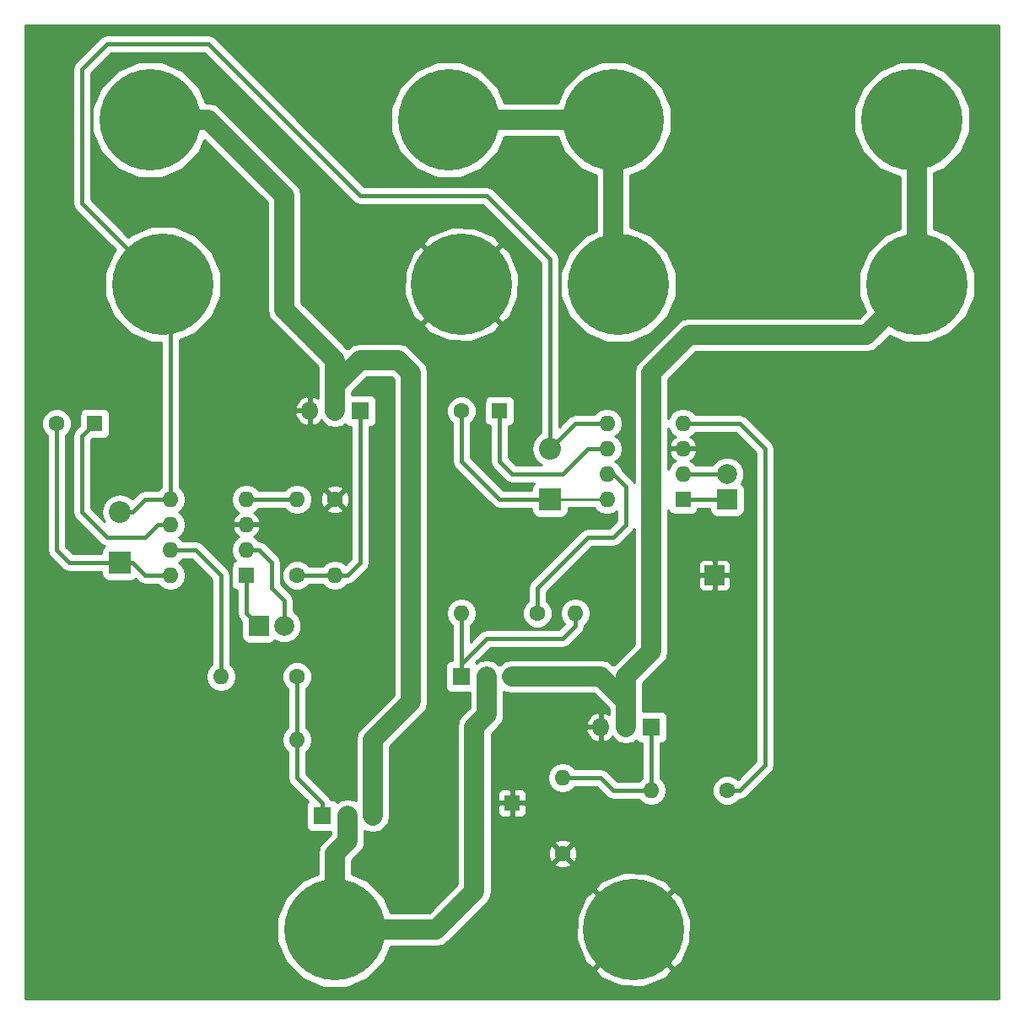
<source format=gbr>
G04 #@! TF.FileFunction,Copper,L2,Bot,Signal*
%FSLAX46Y46*%
G04 Gerber Fmt 4.6, Leading zero omitted, Abs format (unit mm)*
G04 Created by KiCad (PCBNEW 4.0.6) date 06/24/19 22:23:21*
%MOMM*%
%LPD*%
G01*
G04 APERTURE LIST*
%ADD10C,0.100000*%
%ADD11C,10.160000*%
%ADD12R,1.600000X1.600000*%
%ADD13C,1.600000*%
%ADD14R,2.200000X2.200000*%
%ADD15O,2.200000X2.200000*%
%ADD16O,1.600000X1.600000*%
%ADD17R,1.800000X1.800000*%
%ADD18O,1.800000X1.800000*%
%ADD19R,2.000000X2.000000*%
%ADD20C,2.000000*%
%ADD21C,2.000000*%
%ADD22C,0.400000*%
%ADD23C,0.250000*%
%ADD24C,0.254000*%
G04 APERTURE END LIST*
D10*
D11*
X110490000Y-40640000D03*
X140460000Y-40640000D03*
X93980000Y-40640000D03*
X64010000Y-40640000D03*
D12*
X58420000Y-71120000D03*
D13*
X54620000Y-71120000D03*
D12*
X99060000Y-69850000D03*
D13*
X95260000Y-69850000D03*
D12*
X100330000Y-109220000D03*
D13*
X96530000Y-109220000D03*
D14*
X60960000Y-85090000D03*
D15*
X60960000Y-80010000D03*
D14*
X104140000Y-78740000D03*
D15*
X104140000Y-73660000D03*
D11*
X82550000Y-121920000D03*
X112520000Y-121920000D03*
X95250000Y-57150000D03*
X65280000Y-57150000D03*
D13*
X78740000Y-96520000D03*
D16*
X71120000Y-96520000D03*
D13*
X78740000Y-86360000D03*
D16*
X78740000Y-78740000D03*
D13*
X102870000Y-90170000D03*
D16*
X95250000Y-90170000D03*
D13*
X121920000Y-107950000D03*
D16*
X114300000Y-107950000D03*
D11*
X140970000Y-57150000D03*
X111000000Y-57150000D03*
D13*
X86360000Y-102870000D03*
D16*
X78740000Y-102870000D03*
D13*
X82550000Y-78740000D03*
D16*
X82550000Y-86360000D03*
D13*
X114300000Y-90170000D03*
D16*
X106680000Y-90170000D03*
D13*
X105410000Y-114300000D03*
D16*
X105410000Y-106680000D03*
D12*
X73660000Y-86360000D03*
D16*
X66040000Y-78740000D03*
X73660000Y-83820000D03*
X66040000Y-81280000D03*
X73660000Y-81280000D03*
X66040000Y-83820000D03*
X73660000Y-78740000D03*
X66040000Y-86360000D03*
D12*
X117475000Y-78740000D03*
D16*
X109855000Y-71120000D03*
X117475000Y-76200000D03*
X109855000Y-73660000D03*
X117475000Y-73660000D03*
X109855000Y-76200000D03*
X117475000Y-71120000D03*
X109855000Y-78740000D03*
D17*
X81280000Y-110490000D03*
D18*
X83820000Y-110490000D03*
X86360000Y-110490000D03*
D17*
X85090000Y-69850000D03*
D18*
X82550000Y-69850000D03*
X80010000Y-69850000D03*
D17*
X95250000Y-96520000D03*
D18*
X97790000Y-96520000D03*
X100330000Y-96520000D03*
D17*
X114300000Y-101600000D03*
D18*
X111760000Y-101600000D03*
X109220000Y-101600000D03*
D19*
X74930000Y-91440000D03*
D20*
X77470000Y-91440000D03*
D19*
X120650000Y-86360000D03*
X121920000Y-78740000D03*
D20*
X121920000Y-76200000D03*
D21*
X96530000Y-109220000D02*
X96530000Y-101590000D01*
X97790000Y-100330000D02*
X97790000Y-96520000D01*
X96530000Y-101590000D02*
X97790000Y-100330000D01*
X82550000Y-121920000D02*
X92710000Y-121920000D01*
X96530000Y-118100000D02*
X96530000Y-109220000D01*
X92710000Y-121920000D02*
X96530000Y-118100000D01*
X82550000Y-121920000D02*
X82550000Y-114300000D01*
X83820000Y-113030000D02*
X83820000Y-110490000D01*
X82550000Y-114300000D02*
X83820000Y-113030000D01*
X82550000Y-69850000D02*
X82550000Y-64770000D01*
X69850000Y-40640000D02*
X64010000Y-40640000D01*
X77470000Y-48260000D02*
X69850000Y-40640000D01*
X77470000Y-59690000D02*
X77470000Y-48260000D01*
X82550000Y-64770000D02*
X77470000Y-59690000D01*
X82550000Y-69850000D02*
X82550000Y-67310000D01*
X90170000Y-99060000D02*
X86360000Y-102870000D01*
X90170000Y-66040000D02*
X90170000Y-99060000D01*
X88900000Y-64770000D02*
X90170000Y-66040000D01*
X85090000Y-64770000D02*
X88900000Y-64770000D01*
X82550000Y-67310000D02*
X85090000Y-64770000D01*
X86360000Y-110490000D02*
X86360000Y-102870000D01*
D22*
X78740000Y-102870000D02*
X78740000Y-106680000D01*
X81280000Y-109220000D02*
X81280000Y-110490000D01*
X78740000Y-106680000D02*
X81280000Y-109220000D01*
X78740000Y-96520000D02*
X78740000Y-102870000D01*
X66040000Y-81280000D02*
X64770000Y-81280000D01*
X57150000Y-72390000D02*
X58420000Y-71120000D01*
X57150000Y-80010000D02*
X57150000Y-72390000D01*
X59690000Y-82550000D02*
X57150000Y-80010000D01*
X63500000Y-82550000D02*
X59690000Y-82550000D01*
X64770000Y-81280000D02*
X63500000Y-82550000D01*
X60960000Y-85090000D02*
X55880000Y-85090000D01*
X54620000Y-83830000D02*
X54620000Y-71120000D01*
X55880000Y-85090000D02*
X54620000Y-83830000D01*
X60960000Y-85090000D02*
X62230000Y-85090000D01*
X63500000Y-86360000D02*
X66040000Y-86360000D01*
X62230000Y-85090000D02*
X63500000Y-86360000D01*
X99060000Y-69850000D02*
X99060000Y-74930000D01*
X107950000Y-73660000D02*
X109855000Y-73660000D01*
X105410000Y-76200000D02*
X107950000Y-73660000D01*
X100330000Y-76200000D02*
X105410000Y-76200000D01*
X99060000Y-74930000D02*
X100330000Y-76200000D01*
X95260000Y-69850000D02*
X95260000Y-74920000D01*
X99080000Y-78740000D02*
X104140000Y-78740000D01*
X95260000Y-74920000D02*
X99080000Y-78740000D01*
D23*
X104140000Y-78740000D02*
X109855000Y-78740000D01*
D21*
X110490000Y-40640000D02*
X110490000Y-56640000D01*
X110490000Y-56640000D02*
X111000000Y-57150000D01*
X110490000Y-40640000D02*
X93980000Y-40640000D01*
D23*
X110490000Y-56640000D02*
X111000000Y-57150000D01*
D21*
X114300000Y-90170000D02*
X114300000Y-66040000D01*
X135890000Y-62230000D02*
X140970000Y-57150000D01*
X118110000Y-62230000D02*
X135890000Y-62230000D01*
X114300000Y-66040000D02*
X118110000Y-62230000D01*
X111760000Y-99060000D02*
X111760000Y-96520000D01*
X114300000Y-93980000D02*
X114300000Y-90170000D01*
X111760000Y-96520000D02*
X114300000Y-93980000D01*
X140970000Y-57150000D02*
X140970000Y-41150000D01*
X140970000Y-41150000D02*
X140460000Y-40640000D01*
X100330000Y-96520000D02*
X107950000Y-96520000D01*
X107950000Y-96520000D02*
X109220000Y-96520000D01*
X109220000Y-96520000D02*
X110490000Y-97790000D01*
X110490000Y-97790000D02*
X111760000Y-99060000D01*
X111760000Y-99060000D02*
X111760000Y-101600000D01*
D23*
X139700000Y-58420000D02*
X140970000Y-57150000D01*
X140460000Y-56640000D02*
X140970000Y-57150000D01*
X111760000Y-99060000D02*
X111760000Y-101600000D01*
D22*
X66040000Y-78740000D02*
X66040000Y-57910000D01*
X66040000Y-57910000D02*
X65280000Y-57150000D01*
X66040000Y-78740000D02*
X63500000Y-78740000D01*
X62230000Y-80010000D02*
X60960000Y-80010000D01*
X63500000Y-78740000D02*
X62230000Y-80010000D01*
X104140000Y-73660000D02*
X104140000Y-54610000D01*
X57150000Y-49020000D02*
X65280000Y-57150000D01*
X57150000Y-35560000D02*
X57150000Y-49020000D01*
X59690000Y-33020000D02*
X57150000Y-35560000D01*
X69850000Y-33020000D02*
X59690000Y-33020000D01*
X85090000Y-48260000D02*
X69850000Y-33020000D01*
X97790000Y-48260000D02*
X85090000Y-48260000D01*
X104140000Y-54610000D02*
X97790000Y-48260000D01*
X104140000Y-73660000D02*
X106680000Y-71120000D01*
X106680000Y-71120000D02*
X109855000Y-71120000D01*
D23*
X66040000Y-57910000D02*
X65280000Y-57150000D01*
D22*
X66040000Y-83820000D02*
X68580000Y-83820000D01*
X71120000Y-86360000D02*
X71120000Y-96520000D01*
X68580000Y-83820000D02*
X71120000Y-86360000D01*
X78740000Y-86360000D02*
X82550000Y-86360000D01*
X85090000Y-69850000D02*
X85090000Y-85090000D01*
X83820000Y-86360000D02*
X82550000Y-86360000D01*
X85090000Y-85090000D02*
X83820000Y-86360000D01*
X73660000Y-78740000D02*
X78740000Y-78740000D01*
X102870000Y-90170000D02*
X102870000Y-87630000D01*
X111760000Y-77470000D02*
X110490000Y-76200000D01*
X111760000Y-81280000D02*
X111760000Y-77470000D01*
X110490000Y-82550000D02*
X111760000Y-81280000D01*
X107950000Y-82550000D02*
X110490000Y-82550000D01*
X102870000Y-87630000D02*
X107950000Y-82550000D01*
X110490000Y-76200000D02*
X109855000Y-76200000D01*
D23*
X109855000Y-76200000D02*
X109855000Y-76200000D01*
D22*
X95250000Y-90170000D02*
X95250000Y-96520000D01*
X106680000Y-90170000D02*
X106680000Y-91440000D01*
X95250000Y-95250000D02*
X95250000Y-96520000D01*
X97790000Y-92710000D02*
X95250000Y-95250000D01*
X105410000Y-92710000D02*
X97790000Y-92710000D01*
X106680000Y-91440000D02*
X105410000Y-92710000D01*
X117475000Y-71120000D02*
X123190000Y-71120000D01*
X123190000Y-107950000D02*
X121920000Y-107950000D01*
X125730000Y-105410000D02*
X123190000Y-107950000D01*
X125730000Y-92710000D02*
X125730000Y-105410000D01*
X125730000Y-73660000D02*
X125730000Y-92710000D01*
X123190000Y-71120000D02*
X125730000Y-73660000D01*
X114300000Y-107950000D02*
X114300000Y-101600000D01*
X105410000Y-106680000D02*
X109220000Y-106680000D01*
X110490000Y-107950000D02*
X114300000Y-107950000D01*
X109220000Y-106680000D02*
X110490000Y-107950000D01*
X73660000Y-86360000D02*
X73660000Y-90170000D01*
X73660000Y-90170000D02*
X74930000Y-91440000D01*
X73660000Y-83820000D02*
X74930000Y-83820000D01*
X77470000Y-88900000D02*
X77470000Y-91440000D01*
X76200000Y-87630000D02*
X77470000Y-88900000D01*
X76200000Y-85090000D02*
X76200000Y-87630000D01*
X74930000Y-83820000D02*
X76200000Y-85090000D01*
X117475000Y-78740000D02*
X121920000Y-78740000D01*
X117475000Y-76200000D02*
X121920000Y-76200000D01*
D24*
G36*
X149150000Y-128830000D02*
X51510000Y-128830000D01*
X51510000Y-71422407D01*
X53092735Y-71422407D01*
X53324717Y-71983846D01*
X53693000Y-72352773D01*
X53693000Y-83830000D01*
X53763564Y-84184748D01*
X53796182Y-84233564D01*
X53964512Y-84485488D01*
X55224512Y-85745488D01*
X55525252Y-85946436D01*
X55880000Y-86017000D01*
X59118758Y-86017000D01*
X59118758Y-86190000D01*
X59169451Y-86459410D01*
X59328672Y-86706846D01*
X59571615Y-86872843D01*
X59860000Y-86931242D01*
X62060000Y-86931242D01*
X62329410Y-86880549D01*
X62560725Y-86731701D01*
X62844512Y-87015488D01*
X63145252Y-87216436D01*
X63500000Y-87287000D01*
X64828266Y-87287000D01*
X64930332Y-87439752D01*
X65425726Y-87770764D01*
X66010084Y-87887000D01*
X66069916Y-87887000D01*
X66654274Y-87770764D01*
X67149668Y-87439752D01*
X67480680Y-86944358D01*
X67596916Y-86360000D01*
X67480680Y-85775642D01*
X67149668Y-85280248D01*
X66864942Y-85090000D01*
X67149668Y-84899752D01*
X67251734Y-84747000D01*
X68196024Y-84747000D01*
X70193000Y-86743976D01*
X70193000Y-95318193D01*
X70010332Y-95440248D01*
X69679320Y-95935642D01*
X69563084Y-96520000D01*
X69679320Y-97104358D01*
X70010332Y-97599752D01*
X70505726Y-97930764D01*
X71090084Y-98047000D01*
X71149916Y-98047000D01*
X71734274Y-97930764D01*
X72229668Y-97599752D01*
X72560680Y-97104358D01*
X72676916Y-96520000D01*
X72560680Y-95935642D01*
X72229668Y-95440248D01*
X72047000Y-95318193D01*
X72047000Y-86360000D01*
X71976436Y-86005252D01*
X71775488Y-85704512D01*
X69890976Y-83820000D01*
X72103084Y-83820000D01*
X72219320Y-84404358D01*
X72548278Y-84896678D01*
X72343154Y-85028672D01*
X72177157Y-85271615D01*
X72118758Y-85560000D01*
X72118758Y-87160000D01*
X72169451Y-87429410D01*
X72328672Y-87676846D01*
X72571615Y-87842843D01*
X72733000Y-87875524D01*
X72733000Y-90170000D01*
X72803564Y-90524748D01*
X72977133Y-90784512D01*
X73004512Y-90825488D01*
X73188758Y-91009734D01*
X73188758Y-92440000D01*
X73239451Y-92709410D01*
X73398672Y-92956846D01*
X73641615Y-93122843D01*
X73930000Y-93181242D01*
X75930000Y-93181242D01*
X76199410Y-93130549D01*
X76446846Y-92971328D01*
X76492733Y-92904171D01*
X77124971Y-93166700D01*
X77812014Y-93167299D01*
X78446989Y-92904933D01*
X78933226Y-92419544D01*
X79196700Y-91785029D01*
X79197299Y-91097986D01*
X78934933Y-90463011D01*
X78449544Y-89976774D01*
X78397000Y-89954956D01*
X78397000Y-88900000D01*
X78326436Y-88545252D01*
X78125488Y-88244512D01*
X77127000Y-87246024D01*
X77127000Y-85090000D01*
X77056436Y-84735252D01*
X76855488Y-84434512D01*
X75585488Y-83164512D01*
X75284748Y-82963564D01*
X74930000Y-82893000D01*
X74871734Y-82893000D01*
X74769668Y-82740248D01*
X74394425Y-82489518D01*
X74515134Y-82432389D01*
X74891041Y-82017423D01*
X75051904Y-81629039D01*
X74929915Y-81407000D01*
X73787000Y-81407000D01*
X73787000Y-81427000D01*
X73533000Y-81427000D01*
X73533000Y-81407000D01*
X72390085Y-81407000D01*
X72268096Y-81629039D01*
X72428959Y-82017423D01*
X72804866Y-82432389D01*
X72925575Y-82489518D01*
X72550332Y-82740248D01*
X72219320Y-83235642D01*
X72103084Y-83820000D01*
X69890976Y-83820000D01*
X69235488Y-83164512D01*
X68934748Y-82963564D01*
X68580000Y-82893000D01*
X67251734Y-82893000D01*
X67149668Y-82740248D01*
X66864942Y-82550000D01*
X67149668Y-82359752D01*
X67480680Y-81864358D01*
X67596916Y-81280000D01*
X67480680Y-80695642D01*
X67149668Y-80200248D01*
X66864942Y-80010000D01*
X67149668Y-79819752D01*
X67480680Y-79324358D01*
X67596916Y-78740000D01*
X72103084Y-78740000D01*
X72219320Y-79324358D01*
X72550332Y-79819752D01*
X72925575Y-80070482D01*
X72804866Y-80127611D01*
X72428959Y-80542577D01*
X72268096Y-80930961D01*
X72390085Y-81153000D01*
X73533000Y-81153000D01*
X73533000Y-81133000D01*
X73787000Y-81133000D01*
X73787000Y-81153000D01*
X74929915Y-81153000D01*
X75051904Y-80930961D01*
X74891041Y-80542577D01*
X74515134Y-80127611D01*
X74394425Y-80070482D01*
X74769668Y-79819752D01*
X74871734Y-79667000D01*
X77538193Y-79667000D01*
X77660248Y-79849668D01*
X78155642Y-80180680D01*
X78740000Y-80296916D01*
X79324358Y-80180680D01*
X79819752Y-79849668D01*
X79887854Y-79747745D01*
X81721861Y-79747745D01*
X81795995Y-79993864D01*
X82333223Y-80186965D01*
X82903454Y-80159778D01*
X83304005Y-79993864D01*
X83378139Y-79747745D01*
X82550000Y-78919605D01*
X81721861Y-79747745D01*
X79887854Y-79747745D01*
X80150764Y-79354274D01*
X80267000Y-78769916D01*
X80267000Y-78710084D01*
X80229832Y-78523223D01*
X81103035Y-78523223D01*
X81130222Y-79093454D01*
X81296136Y-79494005D01*
X81542255Y-79568139D01*
X82370395Y-78740000D01*
X82729605Y-78740000D01*
X83557745Y-79568139D01*
X83803864Y-79494005D01*
X83996965Y-78956777D01*
X83969778Y-78386546D01*
X83803864Y-77985995D01*
X83557745Y-77911861D01*
X82729605Y-78740000D01*
X82370395Y-78740000D01*
X81542255Y-77911861D01*
X81296136Y-77985995D01*
X81103035Y-78523223D01*
X80229832Y-78523223D01*
X80150764Y-78125726D01*
X79887855Y-77732255D01*
X81721861Y-77732255D01*
X82550000Y-78560395D01*
X83378139Y-77732255D01*
X83304005Y-77486136D01*
X82766777Y-77293035D01*
X82196546Y-77320222D01*
X81795995Y-77486136D01*
X81721861Y-77732255D01*
X79887855Y-77732255D01*
X79819752Y-77630332D01*
X79324358Y-77299320D01*
X78740000Y-77183084D01*
X78155642Y-77299320D01*
X77660248Y-77630332D01*
X77538193Y-77813000D01*
X74871734Y-77813000D01*
X74769668Y-77660248D01*
X74274274Y-77329236D01*
X73689916Y-77213000D01*
X73630084Y-77213000D01*
X73045726Y-77329236D01*
X72550332Y-77660248D01*
X72219320Y-78155642D01*
X72103084Y-78740000D01*
X67596916Y-78740000D01*
X67480680Y-78155642D01*
X67149668Y-77660248D01*
X66967000Y-77538193D01*
X66967000Y-70214740D01*
X78518964Y-70214740D01*
X78697760Y-70646417D01*
X79102424Y-71087966D01*
X79645258Y-71341046D01*
X79883000Y-71220997D01*
X79883000Y-69977000D01*
X78639622Y-69977000D01*
X78518964Y-70214740D01*
X66967000Y-70214740D01*
X66967000Y-69485260D01*
X78518964Y-69485260D01*
X78639622Y-69723000D01*
X79883000Y-69723000D01*
X79883000Y-68479003D01*
X79645258Y-68358954D01*
X79102424Y-68612034D01*
X78697760Y-69053583D01*
X78518964Y-69485260D01*
X66967000Y-69485260D01*
X66967000Y-62736129D01*
X68565104Y-62075806D01*
X70200065Y-60443696D01*
X71085990Y-58310151D01*
X71088006Y-55999984D01*
X70205806Y-53864896D01*
X68573696Y-52229935D01*
X66440151Y-51344010D01*
X64129984Y-51341994D01*
X61994896Y-52224194D01*
X61829889Y-52388913D01*
X58077000Y-48636024D01*
X58077000Y-35943976D01*
X60073976Y-33947000D01*
X69466024Y-33947000D01*
X84434512Y-48915488D01*
X84735253Y-49116437D01*
X85090000Y-49187000D01*
X97406024Y-49187000D01*
X103213000Y-54993976D01*
X103213000Y-72088515D01*
X102848116Y-72332323D01*
X102452072Y-72925044D01*
X102313000Y-73624207D01*
X102313000Y-73695793D01*
X102452072Y-74394956D01*
X102848116Y-74987677D01*
X103275132Y-75273000D01*
X100713976Y-75273000D01*
X99987000Y-74546024D01*
X99987000Y-71367345D01*
X100129410Y-71340549D01*
X100376846Y-71181328D01*
X100542843Y-70938385D01*
X100601242Y-70650000D01*
X100601242Y-69050000D01*
X100550549Y-68780590D01*
X100391328Y-68533154D01*
X100148385Y-68367157D01*
X99860000Y-68308758D01*
X98260000Y-68308758D01*
X97990590Y-68359451D01*
X97743154Y-68518672D01*
X97577157Y-68761615D01*
X97518758Y-69050000D01*
X97518758Y-70650000D01*
X97569451Y-70919410D01*
X97728672Y-71166846D01*
X97971615Y-71332843D01*
X98133000Y-71365524D01*
X98133000Y-74930000D01*
X98203564Y-75284748D01*
X98362621Y-75522793D01*
X98404512Y-75585488D01*
X99674512Y-76855488D01*
X99975252Y-77056436D01*
X100330000Y-77127000D01*
X102510631Y-77127000D01*
X102357157Y-77351615D01*
X102298758Y-77640000D01*
X102298758Y-77813000D01*
X99463976Y-77813000D01*
X96187000Y-74536024D01*
X96187000Y-71082239D01*
X96553773Y-70716106D01*
X96786735Y-70155072D01*
X96787265Y-69547593D01*
X96555283Y-68986154D01*
X96126106Y-68556227D01*
X95565072Y-68323265D01*
X94957593Y-68322735D01*
X94396154Y-68554717D01*
X93966227Y-68983894D01*
X93733265Y-69544928D01*
X93732735Y-70152407D01*
X93964717Y-70713846D01*
X94333000Y-71082773D01*
X94333000Y-74920000D01*
X94403564Y-75274748D01*
X94495844Y-75412855D01*
X94604512Y-75575488D01*
X98424512Y-79395488D01*
X98725253Y-79596437D01*
X99080000Y-79667000D01*
X102298758Y-79667000D01*
X102298758Y-79840000D01*
X102349451Y-80109410D01*
X102508672Y-80356846D01*
X102751615Y-80522843D01*
X103040000Y-80581242D01*
X105240000Y-80581242D01*
X105509410Y-80530549D01*
X105756846Y-80371328D01*
X105922843Y-80128385D01*
X105981242Y-79840000D01*
X105981242Y-79592000D01*
X108593153Y-79592000D01*
X108745332Y-79819752D01*
X109240726Y-80150764D01*
X109825084Y-80267000D01*
X109884916Y-80267000D01*
X110469274Y-80150764D01*
X110833000Y-79907730D01*
X110833000Y-80896024D01*
X110106024Y-81623000D01*
X107950000Y-81623000D01*
X107595252Y-81693564D01*
X107339641Y-81864358D01*
X107294512Y-81894512D01*
X102214512Y-86974512D01*
X102013564Y-87275252D01*
X101943000Y-87630000D01*
X101943000Y-88937761D01*
X101576227Y-89303894D01*
X101343265Y-89864928D01*
X101342735Y-90472407D01*
X101574717Y-91033846D01*
X102003894Y-91463773D01*
X102564928Y-91696735D01*
X103172407Y-91697265D01*
X103733846Y-91465283D01*
X104163773Y-91036106D01*
X104396735Y-90475072D01*
X104397265Y-89867593D01*
X104165283Y-89306154D01*
X103797000Y-88937227D01*
X103797000Y-88013976D01*
X108333976Y-83477000D01*
X110490000Y-83477000D01*
X110844748Y-83406436D01*
X111145488Y-83205488D01*
X112415488Y-81935488D01*
X112457379Y-81872793D01*
X112573000Y-81699755D01*
X112573000Y-93264653D01*
X110538827Y-95298827D01*
X110499712Y-95357366D01*
X110441173Y-95298827D01*
X109880895Y-94924460D01*
X109771245Y-94902650D01*
X109220000Y-94793000D01*
X100330000Y-94793000D01*
X99669106Y-94924460D01*
X99108827Y-95298827D01*
X99060000Y-95371902D01*
X99011173Y-95298827D01*
X98450894Y-94924460D01*
X97790000Y-94793000D01*
X97129106Y-94924460D01*
X96735554Y-95187423D01*
X96691701Y-95119275D01*
X98173976Y-93637000D01*
X105410000Y-93637000D01*
X105764748Y-93566436D01*
X106065488Y-93365488D01*
X107335488Y-92095488D01*
X107497136Y-91853564D01*
X107536436Y-91794748D01*
X107607000Y-91440000D01*
X107607000Y-91371807D01*
X107789668Y-91249752D01*
X108120680Y-90754358D01*
X108236916Y-90170000D01*
X108120680Y-89585642D01*
X107789668Y-89090248D01*
X107294274Y-88759236D01*
X106709916Y-88643000D01*
X106650084Y-88643000D01*
X106065726Y-88759236D01*
X105570332Y-89090248D01*
X105239320Y-89585642D01*
X105123084Y-90170000D01*
X105239320Y-90754358D01*
X105565902Y-91243122D01*
X105026024Y-91783000D01*
X97790000Y-91783000D01*
X97435252Y-91853564D01*
X97134512Y-92054512D01*
X96177000Y-93012024D01*
X96177000Y-91371807D01*
X96359668Y-91249752D01*
X96690680Y-90754358D01*
X96806916Y-90170000D01*
X96690680Y-89585642D01*
X96359668Y-89090248D01*
X95864274Y-88759236D01*
X95279916Y-88643000D01*
X95220084Y-88643000D01*
X94635726Y-88759236D01*
X94140332Y-89090248D01*
X93809320Y-89585642D01*
X93693084Y-90170000D01*
X93809320Y-90754358D01*
X94140332Y-91249752D01*
X94323000Y-91371807D01*
X94323000Y-94883838D01*
X94080590Y-94929451D01*
X93833154Y-95088672D01*
X93667157Y-95331615D01*
X93608758Y-95620000D01*
X93608758Y-97420000D01*
X93659451Y-97689410D01*
X93818672Y-97936846D01*
X94061615Y-98102843D01*
X94350000Y-98161242D01*
X96063000Y-98161242D01*
X96063000Y-99614654D01*
X95308827Y-100368827D01*
X94934460Y-100929105D01*
X94924859Y-100977374D01*
X94803000Y-101590000D01*
X94803000Y-117384653D01*
X91994654Y-120193000D01*
X88119601Y-120193000D01*
X87475806Y-118634896D01*
X85843696Y-116999935D01*
X84277000Y-116349386D01*
X84277000Y-115015346D01*
X85041173Y-114251174D01*
X85415540Y-113690895D01*
X85494834Y-113292255D01*
X85547000Y-113030000D01*
X85547000Y-111983906D01*
X85699106Y-112085540D01*
X86360000Y-112217000D01*
X87020894Y-112085540D01*
X87581173Y-111711173D01*
X87955540Y-111150894D01*
X88087000Y-110490000D01*
X88087000Y-103585346D01*
X91391174Y-100281173D01*
X91765540Y-99720894D01*
X91897000Y-99060000D01*
X91897000Y-66040000D01*
X91787350Y-65488755D01*
X91765540Y-65379105D01*
X91391173Y-64818826D01*
X90121173Y-63548827D01*
X89560895Y-63174460D01*
X89451245Y-63152650D01*
X88900000Y-63043000D01*
X85090000Y-63043000D01*
X84429106Y-63174460D01*
X84429104Y-63174461D01*
X84429105Y-63174461D01*
X83868826Y-63548827D01*
X83810287Y-63607366D01*
X83771173Y-63548827D01*
X81469174Y-61246828D01*
X91332777Y-61246828D01*
X91928556Y-61937641D01*
X94013537Y-62844265D01*
X96286758Y-62883989D01*
X98402142Y-62050765D01*
X98571444Y-61937641D01*
X99167223Y-61246828D01*
X95250000Y-57329605D01*
X91332777Y-61246828D01*
X81469174Y-61246828D01*
X79197000Y-58974654D01*
X79197000Y-58186758D01*
X89516011Y-58186758D01*
X90349235Y-60302142D01*
X90462359Y-60471444D01*
X91153172Y-61067223D01*
X95070395Y-57150000D01*
X95429605Y-57150000D01*
X99346828Y-61067223D01*
X100037641Y-60471444D01*
X100944265Y-58386463D01*
X100983989Y-56113242D01*
X100150765Y-53997858D01*
X100037641Y-53828556D01*
X99346828Y-53232777D01*
X95429605Y-57150000D01*
X95070395Y-57150000D01*
X91153172Y-53232777D01*
X90462359Y-53828556D01*
X89555735Y-55913537D01*
X89516011Y-58186758D01*
X79197000Y-58186758D01*
X79197000Y-53053172D01*
X91332777Y-53053172D01*
X95250000Y-56970395D01*
X99167223Y-53053172D01*
X98571444Y-52362359D01*
X96486463Y-51455735D01*
X94213242Y-51416011D01*
X92097858Y-52249235D01*
X91928556Y-52362359D01*
X91332777Y-53053172D01*
X79197000Y-53053172D01*
X79197000Y-48260000D01*
X79087350Y-47708755D01*
X79065540Y-47599105D01*
X78691173Y-47038826D01*
X71071173Y-39418827D01*
X70510895Y-39044460D01*
X70401245Y-39022650D01*
X69850000Y-38913000D01*
X69579601Y-38913000D01*
X68935806Y-37354896D01*
X67303696Y-35719935D01*
X65170151Y-34834010D01*
X62859984Y-34831994D01*
X60724896Y-35714194D01*
X59089935Y-37346304D01*
X58204010Y-39479849D01*
X58201994Y-41790016D01*
X59084194Y-43925104D01*
X60716304Y-45560065D01*
X62849849Y-46445990D01*
X65160016Y-46448006D01*
X67295104Y-45565806D01*
X68930065Y-43933696D01*
X69449767Y-42682113D01*
X75743000Y-48975347D01*
X75743000Y-59690000D01*
X75852650Y-60241245D01*
X75874460Y-60350895D01*
X76248827Y-60911173D01*
X80823000Y-65485346D01*
X80823000Y-68567941D01*
X80374742Y-68358954D01*
X80137000Y-68479003D01*
X80137000Y-69723000D01*
X80157000Y-69723000D01*
X80157000Y-69977000D01*
X80137000Y-69977000D01*
X80137000Y-71220997D01*
X80374742Y-71341046D01*
X80917576Y-71087966D01*
X81161909Y-70821362D01*
X81328827Y-71071173D01*
X81889106Y-71445540D01*
X82550000Y-71577000D01*
X83210894Y-71445540D01*
X83604446Y-71182577D01*
X83658672Y-71266846D01*
X83901615Y-71432843D01*
X84163000Y-71485774D01*
X84163000Y-84706024D01*
X83623122Y-85245902D01*
X83134358Y-84919320D01*
X82550000Y-84803084D01*
X81965642Y-84919320D01*
X81470248Y-85250332D01*
X81348193Y-85433000D01*
X79972239Y-85433000D01*
X79606106Y-85066227D01*
X79045072Y-84833265D01*
X78437593Y-84832735D01*
X77876154Y-85064717D01*
X77446227Y-85493894D01*
X77213265Y-86054928D01*
X77212735Y-86662407D01*
X77444717Y-87223846D01*
X77873894Y-87653773D01*
X78434928Y-87886735D01*
X79042407Y-87887265D01*
X79603846Y-87655283D01*
X79972773Y-87287000D01*
X81348193Y-87287000D01*
X81470248Y-87469668D01*
X81965642Y-87800680D01*
X82550000Y-87916916D01*
X83134358Y-87800680D01*
X83629752Y-87469668D01*
X83751807Y-87287000D01*
X83820000Y-87287000D01*
X84174748Y-87216436D01*
X84475488Y-87015488D01*
X85745488Y-85745488D01*
X85907136Y-85503564D01*
X85946436Y-85444748D01*
X86017000Y-85090000D01*
X86017000Y-71486162D01*
X86259410Y-71440549D01*
X86506846Y-71281328D01*
X86672843Y-71038385D01*
X86731242Y-70750000D01*
X86731242Y-68950000D01*
X86680549Y-68680590D01*
X86521328Y-68433154D01*
X86278385Y-68267157D01*
X85990000Y-68208758D01*
X84277000Y-68208758D01*
X84277000Y-68025346D01*
X85805347Y-66497000D01*
X88184654Y-66497000D01*
X88443000Y-66755347D01*
X88443000Y-98344653D01*
X85138827Y-101648827D01*
X84764460Y-102209105D01*
X84761771Y-102222626D01*
X84633000Y-102870000D01*
X84633000Y-108996094D01*
X84480894Y-108894460D01*
X83820000Y-108763000D01*
X83159106Y-108894460D01*
X82765554Y-109157423D01*
X82711328Y-109073154D01*
X82468385Y-108907157D01*
X82180000Y-108848758D01*
X82125415Y-108848758D01*
X81935488Y-108564512D01*
X79667000Y-106296024D01*
X79667000Y-104071807D01*
X79849668Y-103949752D01*
X80180680Y-103454358D01*
X80296916Y-102870000D01*
X80180680Y-102285642D01*
X79849668Y-101790248D01*
X79667000Y-101668193D01*
X79667000Y-97752239D01*
X80033773Y-97386106D01*
X80266735Y-96825072D01*
X80267265Y-96217593D01*
X80035283Y-95656154D01*
X79606106Y-95226227D01*
X79045072Y-94993265D01*
X78437593Y-94992735D01*
X77876154Y-95224717D01*
X77446227Y-95653894D01*
X77213265Y-96214928D01*
X77212735Y-96822407D01*
X77444717Y-97383846D01*
X77813000Y-97752773D01*
X77813000Y-101668193D01*
X77630332Y-101790248D01*
X77299320Y-102285642D01*
X77183084Y-102870000D01*
X77299320Y-103454358D01*
X77630332Y-103949752D01*
X77813000Y-104071807D01*
X77813000Y-106680000D01*
X77883564Y-107034748D01*
X77922864Y-107093564D01*
X78084512Y-107335488D01*
X79840642Y-109091618D01*
X79697157Y-109301615D01*
X79638758Y-109590000D01*
X79638758Y-111390000D01*
X79689451Y-111659410D01*
X79848672Y-111906846D01*
X80091615Y-112072843D01*
X80380000Y-112131242D01*
X82093000Y-112131242D01*
X82093000Y-112314653D01*
X81328827Y-113078827D01*
X80954460Y-113639105D01*
X80932650Y-113748755D01*
X80823000Y-114300000D01*
X80823000Y-116350399D01*
X79264896Y-116994194D01*
X77629935Y-118626304D01*
X76744010Y-120759849D01*
X76741994Y-123070016D01*
X77624194Y-125205104D01*
X79256304Y-126840065D01*
X81389849Y-127725990D01*
X83700016Y-127728006D01*
X85835104Y-126845806D01*
X86665530Y-126016828D01*
X108602777Y-126016828D01*
X109198556Y-126707641D01*
X111283537Y-127614265D01*
X113556758Y-127653989D01*
X115672142Y-126820765D01*
X115841444Y-126707641D01*
X116437223Y-126016828D01*
X112520000Y-122099605D01*
X108602777Y-126016828D01*
X86665530Y-126016828D01*
X87470065Y-125213696D01*
X88120614Y-123647000D01*
X92710000Y-123647000D01*
X93261245Y-123537350D01*
X93370895Y-123515540D01*
X93931173Y-123141173D01*
X94115588Y-122956758D01*
X106786011Y-122956758D01*
X107619235Y-125072142D01*
X107732359Y-125241444D01*
X108423172Y-125837223D01*
X112340395Y-121920000D01*
X112699605Y-121920000D01*
X116616828Y-125837223D01*
X117307641Y-125241444D01*
X118214265Y-123156463D01*
X118253989Y-120883242D01*
X117420765Y-118767858D01*
X117307641Y-118598556D01*
X116616828Y-118002777D01*
X112699605Y-121920000D01*
X112340395Y-121920000D01*
X108423172Y-118002777D01*
X107732359Y-118598556D01*
X106825735Y-120683537D01*
X106786011Y-122956758D01*
X94115588Y-122956758D01*
X97751174Y-119321173D01*
X98125540Y-118760894D01*
X98257000Y-118100000D01*
X98257000Y-117823172D01*
X108602777Y-117823172D01*
X112520000Y-121740395D01*
X116437223Y-117823172D01*
X115841444Y-117132359D01*
X113756463Y-116225735D01*
X111483242Y-116186011D01*
X109367858Y-117019235D01*
X109198556Y-117132359D01*
X108602777Y-117823172D01*
X98257000Y-117823172D01*
X98257000Y-115307745D01*
X104581861Y-115307745D01*
X104655995Y-115553864D01*
X105193223Y-115746965D01*
X105763454Y-115719778D01*
X106164005Y-115553864D01*
X106238139Y-115307745D01*
X105410000Y-114479605D01*
X104581861Y-115307745D01*
X98257000Y-115307745D01*
X98257000Y-114083223D01*
X103963035Y-114083223D01*
X103990222Y-114653454D01*
X104156136Y-115054005D01*
X104402255Y-115128139D01*
X105230395Y-114300000D01*
X105589605Y-114300000D01*
X106417745Y-115128139D01*
X106663864Y-115054005D01*
X106856965Y-114516777D01*
X106829778Y-113946546D01*
X106663864Y-113545995D01*
X106417745Y-113471861D01*
X105589605Y-114300000D01*
X105230395Y-114300000D01*
X104402255Y-113471861D01*
X104156136Y-113545995D01*
X103963035Y-114083223D01*
X98257000Y-114083223D01*
X98257000Y-113292255D01*
X104581861Y-113292255D01*
X105410000Y-114120395D01*
X106238139Y-113292255D01*
X106164005Y-113046136D01*
X105626777Y-112853035D01*
X105056546Y-112880222D01*
X104655995Y-113046136D01*
X104581861Y-113292255D01*
X98257000Y-113292255D01*
X98257000Y-109505750D01*
X98895000Y-109505750D01*
X98895000Y-110146310D01*
X98991673Y-110379699D01*
X99170302Y-110558327D01*
X99403691Y-110655000D01*
X100044250Y-110655000D01*
X100203000Y-110496250D01*
X100203000Y-109347000D01*
X100457000Y-109347000D01*
X100457000Y-110496250D01*
X100615750Y-110655000D01*
X101256309Y-110655000D01*
X101489698Y-110558327D01*
X101668327Y-110379699D01*
X101765000Y-110146310D01*
X101765000Y-109505750D01*
X101606250Y-109347000D01*
X100457000Y-109347000D01*
X100203000Y-109347000D01*
X99053750Y-109347000D01*
X98895000Y-109505750D01*
X98257000Y-109505750D01*
X98257000Y-108293690D01*
X98895000Y-108293690D01*
X98895000Y-108934250D01*
X99053750Y-109093000D01*
X100203000Y-109093000D01*
X100203000Y-107943750D01*
X100457000Y-107943750D01*
X100457000Y-109093000D01*
X101606250Y-109093000D01*
X101765000Y-108934250D01*
X101765000Y-108293690D01*
X101668327Y-108060301D01*
X101489698Y-107881673D01*
X101256309Y-107785000D01*
X100615750Y-107785000D01*
X100457000Y-107943750D01*
X100203000Y-107943750D01*
X100044250Y-107785000D01*
X99403691Y-107785000D01*
X99170302Y-107881673D01*
X98991673Y-108060301D01*
X98895000Y-108293690D01*
X98257000Y-108293690D01*
X98257000Y-102305346D01*
X98597606Y-101964740D01*
X107728964Y-101964740D01*
X107907760Y-102396417D01*
X108312424Y-102837966D01*
X108855258Y-103091046D01*
X109093000Y-102970997D01*
X109093000Y-101727000D01*
X107849622Y-101727000D01*
X107728964Y-101964740D01*
X98597606Y-101964740D01*
X99011173Y-101551173D01*
X99222259Y-101235260D01*
X107728964Y-101235260D01*
X107849622Y-101473000D01*
X109093000Y-101473000D01*
X109093000Y-100229003D01*
X108855258Y-100108954D01*
X108312424Y-100362034D01*
X107907760Y-100803583D01*
X107728964Y-101235260D01*
X99222259Y-101235260D01*
X99385540Y-100990895D01*
X99452246Y-100655540D01*
X99517000Y-100330000D01*
X99517000Y-98013906D01*
X99669106Y-98115540D01*
X100330000Y-98247000D01*
X108504654Y-98247000D01*
X109268826Y-99011173D01*
X109268829Y-99011175D01*
X110033000Y-99775347D01*
X110033000Y-100317941D01*
X109584742Y-100108954D01*
X109347000Y-100229003D01*
X109347000Y-101473000D01*
X109367000Y-101473000D01*
X109367000Y-101727000D01*
X109347000Y-101727000D01*
X109347000Y-102970997D01*
X109584742Y-103091046D01*
X110127576Y-102837966D01*
X110371909Y-102571362D01*
X110538827Y-102821173D01*
X111099106Y-103195540D01*
X111760000Y-103327000D01*
X112420894Y-103195540D01*
X112814446Y-102932577D01*
X112868672Y-103016846D01*
X113111615Y-103182843D01*
X113373000Y-103235774D01*
X113373000Y-106748193D01*
X113190332Y-106870248D01*
X113088266Y-107023000D01*
X110873976Y-107023000D01*
X109875488Y-106024512D01*
X109574748Y-105823564D01*
X109220000Y-105753000D01*
X106611807Y-105753000D01*
X106489752Y-105570332D01*
X105994358Y-105239320D01*
X105410000Y-105123084D01*
X104825642Y-105239320D01*
X104330248Y-105570332D01*
X103999236Y-106065726D01*
X103883000Y-106650084D01*
X103883000Y-106709916D01*
X103999236Y-107294274D01*
X104330248Y-107789668D01*
X104825642Y-108120680D01*
X105410000Y-108236916D01*
X105994358Y-108120680D01*
X106489752Y-107789668D01*
X106611807Y-107607000D01*
X108836024Y-107607000D01*
X109834512Y-108605488D01*
X110135252Y-108806436D01*
X110490000Y-108877000D01*
X113088266Y-108877000D01*
X113190332Y-109029752D01*
X113685726Y-109360764D01*
X114270084Y-109477000D01*
X114329916Y-109477000D01*
X114914274Y-109360764D01*
X115409668Y-109029752D01*
X115740680Y-108534358D01*
X115856916Y-107950000D01*
X115740680Y-107365642D01*
X115409668Y-106870248D01*
X115227000Y-106748193D01*
X115227000Y-103236162D01*
X115469410Y-103190549D01*
X115716846Y-103031328D01*
X115882843Y-102788385D01*
X115941242Y-102500000D01*
X115941242Y-100700000D01*
X115890549Y-100430590D01*
X115731328Y-100183154D01*
X115488385Y-100017157D01*
X115200000Y-99958758D01*
X113487000Y-99958758D01*
X113487000Y-97235346D01*
X115521173Y-95201174D01*
X115895539Y-94640895D01*
X115895540Y-94640894D01*
X116027000Y-93980000D01*
X116027000Y-86645750D01*
X119015000Y-86645750D01*
X119015000Y-87486310D01*
X119111673Y-87719699D01*
X119290302Y-87898327D01*
X119523691Y-87995000D01*
X120364250Y-87995000D01*
X120523000Y-87836250D01*
X120523000Y-86487000D01*
X120777000Y-86487000D01*
X120777000Y-87836250D01*
X120935750Y-87995000D01*
X121776309Y-87995000D01*
X122009698Y-87898327D01*
X122188327Y-87719699D01*
X122285000Y-87486310D01*
X122285000Y-86645750D01*
X122126250Y-86487000D01*
X120777000Y-86487000D01*
X120523000Y-86487000D01*
X119173750Y-86487000D01*
X119015000Y-86645750D01*
X116027000Y-86645750D01*
X116027000Y-85233690D01*
X119015000Y-85233690D01*
X119015000Y-86074250D01*
X119173750Y-86233000D01*
X120523000Y-86233000D01*
X120523000Y-84883750D01*
X120777000Y-84883750D01*
X120777000Y-86233000D01*
X122126250Y-86233000D01*
X122285000Y-86074250D01*
X122285000Y-85233690D01*
X122188327Y-85000301D01*
X122009698Y-84821673D01*
X121776309Y-84725000D01*
X120935750Y-84725000D01*
X120777000Y-84883750D01*
X120523000Y-84883750D01*
X120364250Y-84725000D01*
X119523691Y-84725000D01*
X119290302Y-84821673D01*
X119111673Y-85000301D01*
X119015000Y-85233690D01*
X116027000Y-85233690D01*
X116027000Y-79875533D01*
X116143672Y-80056846D01*
X116386615Y-80222843D01*
X116675000Y-80281242D01*
X118275000Y-80281242D01*
X118544410Y-80230549D01*
X118791846Y-80071328D01*
X118957843Y-79828385D01*
X118990524Y-79667000D01*
X120178758Y-79667000D01*
X120178758Y-79740000D01*
X120229451Y-80009410D01*
X120388672Y-80256846D01*
X120631615Y-80422843D01*
X120920000Y-80481242D01*
X122920000Y-80481242D01*
X123189410Y-80430549D01*
X123436846Y-80271328D01*
X123602843Y-80028385D01*
X123661242Y-79740000D01*
X123661242Y-77740000D01*
X123610549Y-77470590D01*
X123451328Y-77223154D01*
X123384171Y-77177267D01*
X123646700Y-76545029D01*
X123647299Y-75857986D01*
X123384933Y-75223011D01*
X122899544Y-74736774D01*
X122265029Y-74473300D01*
X121577986Y-74472701D01*
X120943011Y-74735067D01*
X120456774Y-75220456D01*
X120434956Y-75273000D01*
X118686734Y-75273000D01*
X118584668Y-75120248D01*
X118209425Y-74869518D01*
X118330134Y-74812389D01*
X118706041Y-74397423D01*
X118866904Y-74009039D01*
X118744915Y-73787000D01*
X117602000Y-73787000D01*
X117602000Y-73807000D01*
X117348000Y-73807000D01*
X117348000Y-73787000D01*
X116205085Y-73787000D01*
X116083096Y-74009039D01*
X116243959Y-74397423D01*
X116619866Y-74812389D01*
X116740575Y-74869518D01*
X116365332Y-75120248D01*
X116034320Y-75615642D01*
X116027000Y-75652442D01*
X116027000Y-71667558D01*
X116034320Y-71704358D01*
X116365332Y-72199752D01*
X116740575Y-72450482D01*
X116619866Y-72507611D01*
X116243959Y-72922577D01*
X116083096Y-73310961D01*
X116205085Y-73533000D01*
X117348000Y-73533000D01*
X117348000Y-73513000D01*
X117602000Y-73513000D01*
X117602000Y-73533000D01*
X118744915Y-73533000D01*
X118866904Y-73310961D01*
X118706041Y-72922577D01*
X118330134Y-72507611D01*
X118209425Y-72450482D01*
X118584668Y-72199752D01*
X118686734Y-72047000D01*
X122806024Y-72047000D01*
X124803000Y-74043976D01*
X124803000Y-105026024D01*
X122979283Y-106849741D01*
X122786106Y-106656227D01*
X122225072Y-106423265D01*
X121617593Y-106422735D01*
X121056154Y-106654717D01*
X120626227Y-107083894D01*
X120393265Y-107644928D01*
X120392735Y-108252407D01*
X120624717Y-108813846D01*
X121053894Y-109243773D01*
X121614928Y-109476735D01*
X122222407Y-109477265D01*
X122783846Y-109245283D01*
X123152773Y-108877000D01*
X123190000Y-108877000D01*
X123544748Y-108806436D01*
X123845488Y-108605488D01*
X126385488Y-106065488D01*
X126547136Y-105823564D01*
X126586436Y-105764748D01*
X126657000Y-105410000D01*
X126657000Y-73660000D01*
X126586436Y-73305252D01*
X126385488Y-73004512D01*
X123845488Y-70464512D01*
X123629210Y-70320000D01*
X123544748Y-70263564D01*
X123190000Y-70193000D01*
X118686734Y-70193000D01*
X118584668Y-70040248D01*
X118089274Y-69709236D01*
X117504916Y-69593000D01*
X117445084Y-69593000D01*
X116860726Y-69709236D01*
X116365332Y-70040248D01*
X116034320Y-70535642D01*
X116027000Y-70572442D01*
X116027000Y-66755346D01*
X118825347Y-63957000D01*
X135890000Y-63957000D01*
X136441245Y-63847350D01*
X136550895Y-63825540D01*
X137111173Y-63451173D01*
X138252870Y-62309476D01*
X139809849Y-62955990D01*
X142120016Y-62958006D01*
X144255104Y-62075806D01*
X145890065Y-60443696D01*
X146775990Y-58310151D01*
X146778006Y-55999984D01*
X145895806Y-53864896D01*
X144263696Y-52229935D01*
X142697000Y-51579386D01*
X142697000Y-45998874D01*
X143745104Y-45565806D01*
X145380065Y-43933696D01*
X146265990Y-41800151D01*
X146268006Y-39489984D01*
X145385806Y-37354896D01*
X143753696Y-35719935D01*
X141620151Y-34834010D01*
X139309984Y-34831994D01*
X137174896Y-35714194D01*
X135539935Y-37346304D01*
X134654010Y-39479849D01*
X134651994Y-41790016D01*
X135534194Y-43925104D01*
X137166304Y-45560065D01*
X139243000Y-46422384D01*
X139243000Y-51580399D01*
X137684896Y-52224194D01*
X136049935Y-53856304D01*
X135164010Y-55989849D01*
X135161994Y-58300016D01*
X135809808Y-59867846D01*
X135174654Y-60503000D01*
X118110000Y-60503000D01*
X117449106Y-60634460D01*
X116888827Y-61008826D01*
X113078827Y-64818827D01*
X112704460Y-65379105D01*
X112682650Y-65488755D01*
X112573000Y-66040000D01*
X112573000Y-77050245D01*
X112415488Y-76814512D01*
X111315311Y-75714335D01*
X111295680Y-75615642D01*
X110964668Y-75120248D01*
X110679942Y-74930000D01*
X110964668Y-74739752D01*
X111295680Y-74244358D01*
X111411916Y-73660000D01*
X111295680Y-73075642D01*
X110964668Y-72580248D01*
X110679942Y-72390000D01*
X110964668Y-72199752D01*
X111295680Y-71704358D01*
X111411916Y-71120000D01*
X111295680Y-70535642D01*
X110964668Y-70040248D01*
X110469274Y-69709236D01*
X109884916Y-69593000D01*
X109825084Y-69593000D01*
X109240726Y-69709236D01*
X108745332Y-70040248D01*
X108643266Y-70193000D01*
X106680000Y-70193000D01*
X106325252Y-70263564D01*
X106240790Y-70320000D01*
X106024512Y-70464512D01*
X105067000Y-71422024D01*
X105067000Y-54610000D01*
X104996436Y-54255252D01*
X104795488Y-53954512D01*
X98445488Y-47604512D01*
X98437396Y-47599105D01*
X98144748Y-47403564D01*
X97790000Y-47333000D01*
X85473976Y-47333000D01*
X79930992Y-41790016D01*
X88171994Y-41790016D01*
X89054194Y-43925104D01*
X90686304Y-45560065D01*
X92819849Y-46445990D01*
X95130016Y-46448006D01*
X97265104Y-45565806D01*
X98900065Y-43933696D01*
X99550614Y-42367000D01*
X104920399Y-42367000D01*
X105564194Y-43925104D01*
X107196304Y-45560065D01*
X108763000Y-46210614D01*
X108763000Y-51791126D01*
X107714896Y-52224194D01*
X106079935Y-53856304D01*
X105194010Y-55989849D01*
X105191994Y-58300016D01*
X106074194Y-60435104D01*
X107706304Y-62070065D01*
X109839849Y-62955990D01*
X112150016Y-62958006D01*
X114285104Y-62075806D01*
X115920065Y-60443696D01*
X116805990Y-58310151D01*
X116808006Y-55999984D01*
X115925806Y-53864896D01*
X114293696Y-52229935D01*
X112217000Y-51367616D01*
X112217000Y-46209601D01*
X113775104Y-45565806D01*
X115410065Y-43933696D01*
X116295990Y-41800151D01*
X116298006Y-39489984D01*
X115415806Y-37354896D01*
X113783696Y-35719935D01*
X111650151Y-34834010D01*
X109339984Y-34831994D01*
X107204896Y-35714194D01*
X105569935Y-37346304D01*
X104919386Y-38913000D01*
X99549601Y-38913000D01*
X98905806Y-37354896D01*
X97273696Y-35719935D01*
X95140151Y-34834010D01*
X92829984Y-34831994D01*
X90694896Y-35714194D01*
X89059935Y-37346304D01*
X88174010Y-39479849D01*
X88171994Y-41790016D01*
X79930992Y-41790016D01*
X70505488Y-32364512D01*
X70204748Y-32163564D01*
X69850000Y-32093000D01*
X59690000Y-32093000D01*
X59335252Y-32163564D01*
X59034512Y-32364512D01*
X56494512Y-34904512D01*
X56293564Y-35205252D01*
X56223000Y-35560000D01*
X56223000Y-49020000D01*
X56293564Y-49374748D01*
X56364675Y-49481173D01*
X56494512Y-49675488D01*
X60517769Y-53698745D01*
X60359935Y-53856304D01*
X59474010Y-55989849D01*
X59471994Y-58300016D01*
X60354194Y-60435104D01*
X61986304Y-62070065D01*
X64119849Y-62955990D01*
X65113000Y-62956857D01*
X65113000Y-77538193D01*
X64930332Y-77660248D01*
X64828266Y-77813000D01*
X63500000Y-77813000D01*
X63145252Y-77883564D01*
X62844512Y-78084512D01*
X62248777Y-78680247D01*
X61659163Y-78286279D01*
X60960000Y-78147207D01*
X60260837Y-78286279D01*
X59668116Y-78682323D01*
X59272072Y-79275044D01*
X59133000Y-79974207D01*
X59133000Y-80045793D01*
X59272072Y-80744956D01*
X59425393Y-80974417D01*
X58077000Y-79626024D01*
X58077000Y-72773976D01*
X58189734Y-72661242D01*
X59220000Y-72661242D01*
X59489410Y-72610549D01*
X59736846Y-72451328D01*
X59902843Y-72208385D01*
X59961242Y-71920000D01*
X59961242Y-70320000D01*
X59910549Y-70050590D01*
X59751328Y-69803154D01*
X59508385Y-69637157D01*
X59220000Y-69578758D01*
X57620000Y-69578758D01*
X57350590Y-69629451D01*
X57103154Y-69788672D01*
X56937157Y-70031615D01*
X56878758Y-70320000D01*
X56878758Y-71350266D01*
X56494512Y-71734512D01*
X56293564Y-72035252D01*
X56223000Y-72390000D01*
X56223000Y-80010000D01*
X56293564Y-80364748D01*
X56297961Y-80371328D01*
X56494512Y-80665488D01*
X59034512Y-83205488D01*
X59335252Y-83406436D01*
X59403297Y-83419971D01*
X59343154Y-83458672D01*
X59177157Y-83701615D01*
X59118758Y-83990000D01*
X59118758Y-84163000D01*
X56263976Y-84163000D01*
X55547000Y-83446024D01*
X55547000Y-72352239D01*
X55913773Y-71986106D01*
X56146735Y-71425072D01*
X56147265Y-70817593D01*
X55915283Y-70256154D01*
X55486106Y-69826227D01*
X54925072Y-69593265D01*
X54317593Y-69592735D01*
X53756154Y-69824717D01*
X53326227Y-70253894D01*
X53093265Y-70814928D01*
X53092735Y-71422407D01*
X51510000Y-71422407D01*
X51510000Y-31190000D01*
X149150000Y-31190000D01*
X149150000Y-128830000D01*
X149150000Y-128830000D01*
G37*
X149150000Y-128830000D02*
X51510000Y-128830000D01*
X51510000Y-71422407D01*
X53092735Y-71422407D01*
X53324717Y-71983846D01*
X53693000Y-72352773D01*
X53693000Y-83830000D01*
X53763564Y-84184748D01*
X53796182Y-84233564D01*
X53964512Y-84485488D01*
X55224512Y-85745488D01*
X55525252Y-85946436D01*
X55880000Y-86017000D01*
X59118758Y-86017000D01*
X59118758Y-86190000D01*
X59169451Y-86459410D01*
X59328672Y-86706846D01*
X59571615Y-86872843D01*
X59860000Y-86931242D01*
X62060000Y-86931242D01*
X62329410Y-86880549D01*
X62560725Y-86731701D01*
X62844512Y-87015488D01*
X63145252Y-87216436D01*
X63500000Y-87287000D01*
X64828266Y-87287000D01*
X64930332Y-87439752D01*
X65425726Y-87770764D01*
X66010084Y-87887000D01*
X66069916Y-87887000D01*
X66654274Y-87770764D01*
X67149668Y-87439752D01*
X67480680Y-86944358D01*
X67596916Y-86360000D01*
X67480680Y-85775642D01*
X67149668Y-85280248D01*
X66864942Y-85090000D01*
X67149668Y-84899752D01*
X67251734Y-84747000D01*
X68196024Y-84747000D01*
X70193000Y-86743976D01*
X70193000Y-95318193D01*
X70010332Y-95440248D01*
X69679320Y-95935642D01*
X69563084Y-96520000D01*
X69679320Y-97104358D01*
X70010332Y-97599752D01*
X70505726Y-97930764D01*
X71090084Y-98047000D01*
X71149916Y-98047000D01*
X71734274Y-97930764D01*
X72229668Y-97599752D01*
X72560680Y-97104358D01*
X72676916Y-96520000D01*
X72560680Y-95935642D01*
X72229668Y-95440248D01*
X72047000Y-95318193D01*
X72047000Y-86360000D01*
X71976436Y-86005252D01*
X71775488Y-85704512D01*
X69890976Y-83820000D01*
X72103084Y-83820000D01*
X72219320Y-84404358D01*
X72548278Y-84896678D01*
X72343154Y-85028672D01*
X72177157Y-85271615D01*
X72118758Y-85560000D01*
X72118758Y-87160000D01*
X72169451Y-87429410D01*
X72328672Y-87676846D01*
X72571615Y-87842843D01*
X72733000Y-87875524D01*
X72733000Y-90170000D01*
X72803564Y-90524748D01*
X72977133Y-90784512D01*
X73004512Y-90825488D01*
X73188758Y-91009734D01*
X73188758Y-92440000D01*
X73239451Y-92709410D01*
X73398672Y-92956846D01*
X73641615Y-93122843D01*
X73930000Y-93181242D01*
X75930000Y-93181242D01*
X76199410Y-93130549D01*
X76446846Y-92971328D01*
X76492733Y-92904171D01*
X77124971Y-93166700D01*
X77812014Y-93167299D01*
X78446989Y-92904933D01*
X78933226Y-92419544D01*
X79196700Y-91785029D01*
X79197299Y-91097986D01*
X78934933Y-90463011D01*
X78449544Y-89976774D01*
X78397000Y-89954956D01*
X78397000Y-88900000D01*
X78326436Y-88545252D01*
X78125488Y-88244512D01*
X77127000Y-87246024D01*
X77127000Y-85090000D01*
X77056436Y-84735252D01*
X76855488Y-84434512D01*
X75585488Y-83164512D01*
X75284748Y-82963564D01*
X74930000Y-82893000D01*
X74871734Y-82893000D01*
X74769668Y-82740248D01*
X74394425Y-82489518D01*
X74515134Y-82432389D01*
X74891041Y-82017423D01*
X75051904Y-81629039D01*
X74929915Y-81407000D01*
X73787000Y-81407000D01*
X73787000Y-81427000D01*
X73533000Y-81427000D01*
X73533000Y-81407000D01*
X72390085Y-81407000D01*
X72268096Y-81629039D01*
X72428959Y-82017423D01*
X72804866Y-82432389D01*
X72925575Y-82489518D01*
X72550332Y-82740248D01*
X72219320Y-83235642D01*
X72103084Y-83820000D01*
X69890976Y-83820000D01*
X69235488Y-83164512D01*
X68934748Y-82963564D01*
X68580000Y-82893000D01*
X67251734Y-82893000D01*
X67149668Y-82740248D01*
X66864942Y-82550000D01*
X67149668Y-82359752D01*
X67480680Y-81864358D01*
X67596916Y-81280000D01*
X67480680Y-80695642D01*
X67149668Y-80200248D01*
X66864942Y-80010000D01*
X67149668Y-79819752D01*
X67480680Y-79324358D01*
X67596916Y-78740000D01*
X72103084Y-78740000D01*
X72219320Y-79324358D01*
X72550332Y-79819752D01*
X72925575Y-80070482D01*
X72804866Y-80127611D01*
X72428959Y-80542577D01*
X72268096Y-80930961D01*
X72390085Y-81153000D01*
X73533000Y-81153000D01*
X73533000Y-81133000D01*
X73787000Y-81133000D01*
X73787000Y-81153000D01*
X74929915Y-81153000D01*
X75051904Y-80930961D01*
X74891041Y-80542577D01*
X74515134Y-80127611D01*
X74394425Y-80070482D01*
X74769668Y-79819752D01*
X74871734Y-79667000D01*
X77538193Y-79667000D01*
X77660248Y-79849668D01*
X78155642Y-80180680D01*
X78740000Y-80296916D01*
X79324358Y-80180680D01*
X79819752Y-79849668D01*
X79887854Y-79747745D01*
X81721861Y-79747745D01*
X81795995Y-79993864D01*
X82333223Y-80186965D01*
X82903454Y-80159778D01*
X83304005Y-79993864D01*
X83378139Y-79747745D01*
X82550000Y-78919605D01*
X81721861Y-79747745D01*
X79887854Y-79747745D01*
X80150764Y-79354274D01*
X80267000Y-78769916D01*
X80267000Y-78710084D01*
X80229832Y-78523223D01*
X81103035Y-78523223D01*
X81130222Y-79093454D01*
X81296136Y-79494005D01*
X81542255Y-79568139D01*
X82370395Y-78740000D01*
X82729605Y-78740000D01*
X83557745Y-79568139D01*
X83803864Y-79494005D01*
X83996965Y-78956777D01*
X83969778Y-78386546D01*
X83803864Y-77985995D01*
X83557745Y-77911861D01*
X82729605Y-78740000D01*
X82370395Y-78740000D01*
X81542255Y-77911861D01*
X81296136Y-77985995D01*
X81103035Y-78523223D01*
X80229832Y-78523223D01*
X80150764Y-78125726D01*
X79887855Y-77732255D01*
X81721861Y-77732255D01*
X82550000Y-78560395D01*
X83378139Y-77732255D01*
X83304005Y-77486136D01*
X82766777Y-77293035D01*
X82196546Y-77320222D01*
X81795995Y-77486136D01*
X81721861Y-77732255D01*
X79887855Y-77732255D01*
X79819752Y-77630332D01*
X79324358Y-77299320D01*
X78740000Y-77183084D01*
X78155642Y-77299320D01*
X77660248Y-77630332D01*
X77538193Y-77813000D01*
X74871734Y-77813000D01*
X74769668Y-77660248D01*
X74274274Y-77329236D01*
X73689916Y-77213000D01*
X73630084Y-77213000D01*
X73045726Y-77329236D01*
X72550332Y-77660248D01*
X72219320Y-78155642D01*
X72103084Y-78740000D01*
X67596916Y-78740000D01*
X67480680Y-78155642D01*
X67149668Y-77660248D01*
X66967000Y-77538193D01*
X66967000Y-70214740D01*
X78518964Y-70214740D01*
X78697760Y-70646417D01*
X79102424Y-71087966D01*
X79645258Y-71341046D01*
X79883000Y-71220997D01*
X79883000Y-69977000D01*
X78639622Y-69977000D01*
X78518964Y-70214740D01*
X66967000Y-70214740D01*
X66967000Y-69485260D01*
X78518964Y-69485260D01*
X78639622Y-69723000D01*
X79883000Y-69723000D01*
X79883000Y-68479003D01*
X79645258Y-68358954D01*
X79102424Y-68612034D01*
X78697760Y-69053583D01*
X78518964Y-69485260D01*
X66967000Y-69485260D01*
X66967000Y-62736129D01*
X68565104Y-62075806D01*
X70200065Y-60443696D01*
X71085990Y-58310151D01*
X71088006Y-55999984D01*
X70205806Y-53864896D01*
X68573696Y-52229935D01*
X66440151Y-51344010D01*
X64129984Y-51341994D01*
X61994896Y-52224194D01*
X61829889Y-52388913D01*
X58077000Y-48636024D01*
X58077000Y-35943976D01*
X60073976Y-33947000D01*
X69466024Y-33947000D01*
X84434512Y-48915488D01*
X84735253Y-49116437D01*
X85090000Y-49187000D01*
X97406024Y-49187000D01*
X103213000Y-54993976D01*
X103213000Y-72088515D01*
X102848116Y-72332323D01*
X102452072Y-72925044D01*
X102313000Y-73624207D01*
X102313000Y-73695793D01*
X102452072Y-74394956D01*
X102848116Y-74987677D01*
X103275132Y-75273000D01*
X100713976Y-75273000D01*
X99987000Y-74546024D01*
X99987000Y-71367345D01*
X100129410Y-71340549D01*
X100376846Y-71181328D01*
X100542843Y-70938385D01*
X100601242Y-70650000D01*
X100601242Y-69050000D01*
X100550549Y-68780590D01*
X100391328Y-68533154D01*
X100148385Y-68367157D01*
X99860000Y-68308758D01*
X98260000Y-68308758D01*
X97990590Y-68359451D01*
X97743154Y-68518672D01*
X97577157Y-68761615D01*
X97518758Y-69050000D01*
X97518758Y-70650000D01*
X97569451Y-70919410D01*
X97728672Y-71166846D01*
X97971615Y-71332843D01*
X98133000Y-71365524D01*
X98133000Y-74930000D01*
X98203564Y-75284748D01*
X98362621Y-75522793D01*
X98404512Y-75585488D01*
X99674512Y-76855488D01*
X99975252Y-77056436D01*
X100330000Y-77127000D01*
X102510631Y-77127000D01*
X102357157Y-77351615D01*
X102298758Y-77640000D01*
X102298758Y-77813000D01*
X99463976Y-77813000D01*
X96187000Y-74536024D01*
X96187000Y-71082239D01*
X96553773Y-70716106D01*
X96786735Y-70155072D01*
X96787265Y-69547593D01*
X96555283Y-68986154D01*
X96126106Y-68556227D01*
X95565072Y-68323265D01*
X94957593Y-68322735D01*
X94396154Y-68554717D01*
X93966227Y-68983894D01*
X93733265Y-69544928D01*
X93732735Y-70152407D01*
X93964717Y-70713846D01*
X94333000Y-71082773D01*
X94333000Y-74920000D01*
X94403564Y-75274748D01*
X94495844Y-75412855D01*
X94604512Y-75575488D01*
X98424512Y-79395488D01*
X98725253Y-79596437D01*
X99080000Y-79667000D01*
X102298758Y-79667000D01*
X102298758Y-79840000D01*
X102349451Y-80109410D01*
X102508672Y-80356846D01*
X102751615Y-80522843D01*
X103040000Y-80581242D01*
X105240000Y-80581242D01*
X105509410Y-80530549D01*
X105756846Y-80371328D01*
X105922843Y-80128385D01*
X105981242Y-79840000D01*
X105981242Y-79592000D01*
X108593153Y-79592000D01*
X108745332Y-79819752D01*
X109240726Y-80150764D01*
X109825084Y-80267000D01*
X109884916Y-80267000D01*
X110469274Y-80150764D01*
X110833000Y-79907730D01*
X110833000Y-80896024D01*
X110106024Y-81623000D01*
X107950000Y-81623000D01*
X107595252Y-81693564D01*
X107339641Y-81864358D01*
X107294512Y-81894512D01*
X102214512Y-86974512D01*
X102013564Y-87275252D01*
X101943000Y-87630000D01*
X101943000Y-88937761D01*
X101576227Y-89303894D01*
X101343265Y-89864928D01*
X101342735Y-90472407D01*
X101574717Y-91033846D01*
X102003894Y-91463773D01*
X102564928Y-91696735D01*
X103172407Y-91697265D01*
X103733846Y-91465283D01*
X104163773Y-91036106D01*
X104396735Y-90475072D01*
X104397265Y-89867593D01*
X104165283Y-89306154D01*
X103797000Y-88937227D01*
X103797000Y-88013976D01*
X108333976Y-83477000D01*
X110490000Y-83477000D01*
X110844748Y-83406436D01*
X111145488Y-83205488D01*
X112415488Y-81935488D01*
X112457379Y-81872793D01*
X112573000Y-81699755D01*
X112573000Y-93264653D01*
X110538827Y-95298827D01*
X110499712Y-95357366D01*
X110441173Y-95298827D01*
X109880895Y-94924460D01*
X109771245Y-94902650D01*
X109220000Y-94793000D01*
X100330000Y-94793000D01*
X99669106Y-94924460D01*
X99108827Y-95298827D01*
X99060000Y-95371902D01*
X99011173Y-95298827D01*
X98450894Y-94924460D01*
X97790000Y-94793000D01*
X97129106Y-94924460D01*
X96735554Y-95187423D01*
X96691701Y-95119275D01*
X98173976Y-93637000D01*
X105410000Y-93637000D01*
X105764748Y-93566436D01*
X106065488Y-93365488D01*
X107335488Y-92095488D01*
X107497136Y-91853564D01*
X107536436Y-91794748D01*
X107607000Y-91440000D01*
X107607000Y-91371807D01*
X107789668Y-91249752D01*
X108120680Y-90754358D01*
X108236916Y-90170000D01*
X108120680Y-89585642D01*
X107789668Y-89090248D01*
X107294274Y-88759236D01*
X106709916Y-88643000D01*
X106650084Y-88643000D01*
X106065726Y-88759236D01*
X105570332Y-89090248D01*
X105239320Y-89585642D01*
X105123084Y-90170000D01*
X105239320Y-90754358D01*
X105565902Y-91243122D01*
X105026024Y-91783000D01*
X97790000Y-91783000D01*
X97435252Y-91853564D01*
X97134512Y-92054512D01*
X96177000Y-93012024D01*
X96177000Y-91371807D01*
X96359668Y-91249752D01*
X96690680Y-90754358D01*
X96806916Y-90170000D01*
X96690680Y-89585642D01*
X96359668Y-89090248D01*
X95864274Y-88759236D01*
X95279916Y-88643000D01*
X95220084Y-88643000D01*
X94635726Y-88759236D01*
X94140332Y-89090248D01*
X93809320Y-89585642D01*
X93693084Y-90170000D01*
X93809320Y-90754358D01*
X94140332Y-91249752D01*
X94323000Y-91371807D01*
X94323000Y-94883838D01*
X94080590Y-94929451D01*
X93833154Y-95088672D01*
X93667157Y-95331615D01*
X93608758Y-95620000D01*
X93608758Y-97420000D01*
X93659451Y-97689410D01*
X93818672Y-97936846D01*
X94061615Y-98102843D01*
X94350000Y-98161242D01*
X96063000Y-98161242D01*
X96063000Y-99614654D01*
X95308827Y-100368827D01*
X94934460Y-100929105D01*
X94924859Y-100977374D01*
X94803000Y-101590000D01*
X94803000Y-117384653D01*
X91994654Y-120193000D01*
X88119601Y-120193000D01*
X87475806Y-118634896D01*
X85843696Y-116999935D01*
X84277000Y-116349386D01*
X84277000Y-115015346D01*
X85041173Y-114251174D01*
X85415540Y-113690895D01*
X85494834Y-113292255D01*
X85547000Y-113030000D01*
X85547000Y-111983906D01*
X85699106Y-112085540D01*
X86360000Y-112217000D01*
X87020894Y-112085540D01*
X87581173Y-111711173D01*
X87955540Y-111150894D01*
X88087000Y-110490000D01*
X88087000Y-103585346D01*
X91391174Y-100281173D01*
X91765540Y-99720894D01*
X91897000Y-99060000D01*
X91897000Y-66040000D01*
X91787350Y-65488755D01*
X91765540Y-65379105D01*
X91391173Y-64818826D01*
X90121173Y-63548827D01*
X89560895Y-63174460D01*
X89451245Y-63152650D01*
X88900000Y-63043000D01*
X85090000Y-63043000D01*
X84429106Y-63174460D01*
X84429104Y-63174461D01*
X84429105Y-63174461D01*
X83868826Y-63548827D01*
X83810287Y-63607366D01*
X83771173Y-63548827D01*
X81469174Y-61246828D01*
X91332777Y-61246828D01*
X91928556Y-61937641D01*
X94013537Y-62844265D01*
X96286758Y-62883989D01*
X98402142Y-62050765D01*
X98571444Y-61937641D01*
X99167223Y-61246828D01*
X95250000Y-57329605D01*
X91332777Y-61246828D01*
X81469174Y-61246828D01*
X79197000Y-58974654D01*
X79197000Y-58186758D01*
X89516011Y-58186758D01*
X90349235Y-60302142D01*
X90462359Y-60471444D01*
X91153172Y-61067223D01*
X95070395Y-57150000D01*
X95429605Y-57150000D01*
X99346828Y-61067223D01*
X100037641Y-60471444D01*
X100944265Y-58386463D01*
X100983989Y-56113242D01*
X100150765Y-53997858D01*
X100037641Y-53828556D01*
X99346828Y-53232777D01*
X95429605Y-57150000D01*
X95070395Y-57150000D01*
X91153172Y-53232777D01*
X90462359Y-53828556D01*
X89555735Y-55913537D01*
X89516011Y-58186758D01*
X79197000Y-58186758D01*
X79197000Y-53053172D01*
X91332777Y-53053172D01*
X95250000Y-56970395D01*
X99167223Y-53053172D01*
X98571444Y-52362359D01*
X96486463Y-51455735D01*
X94213242Y-51416011D01*
X92097858Y-52249235D01*
X91928556Y-52362359D01*
X91332777Y-53053172D01*
X79197000Y-53053172D01*
X79197000Y-48260000D01*
X79087350Y-47708755D01*
X79065540Y-47599105D01*
X78691173Y-47038826D01*
X71071173Y-39418827D01*
X70510895Y-39044460D01*
X70401245Y-39022650D01*
X69850000Y-38913000D01*
X69579601Y-38913000D01*
X68935806Y-37354896D01*
X67303696Y-35719935D01*
X65170151Y-34834010D01*
X62859984Y-34831994D01*
X60724896Y-35714194D01*
X59089935Y-37346304D01*
X58204010Y-39479849D01*
X58201994Y-41790016D01*
X59084194Y-43925104D01*
X60716304Y-45560065D01*
X62849849Y-46445990D01*
X65160016Y-46448006D01*
X67295104Y-45565806D01*
X68930065Y-43933696D01*
X69449767Y-42682113D01*
X75743000Y-48975347D01*
X75743000Y-59690000D01*
X75852650Y-60241245D01*
X75874460Y-60350895D01*
X76248827Y-60911173D01*
X80823000Y-65485346D01*
X80823000Y-68567941D01*
X80374742Y-68358954D01*
X80137000Y-68479003D01*
X80137000Y-69723000D01*
X80157000Y-69723000D01*
X80157000Y-69977000D01*
X80137000Y-69977000D01*
X80137000Y-71220997D01*
X80374742Y-71341046D01*
X80917576Y-71087966D01*
X81161909Y-70821362D01*
X81328827Y-71071173D01*
X81889106Y-71445540D01*
X82550000Y-71577000D01*
X83210894Y-71445540D01*
X83604446Y-71182577D01*
X83658672Y-71266846D01*
X83901615Y-71432843D01*
X84163000Y-71485774D01*
X84163000Y-84706024D01*
X83623122Y-85245902D01*
X83134358Y-84919320D01*
X82550000Y-84803084D01*
X81965642Y-84919320D01*
X81470248Y-85250332D01*
X81348193Y-85433000D01*
X79972239Y-85433000D01*
X79606106Y-85066227D01*
X79045072Y-84833265D01*
X78437593Y-84832735D01*
X77876154Y-85064717D01*
X77446227Y-85493894D01*
X77213265Y-86054928D01*
X77212735Y-86662407D01*
X77444717Y-87223846D01*
X77873894Y-87653773D01*
X78434928Y-87886735D01*
X79042407Y-87887265D01*
X79603846Y-87655283D01*
X79972773Y-87287000D01*
X81348193Y-87287000D01*
X81470248Y-87469668D01*
X81965642Y-87800680D01*
X82550000Y-87916916D01*
X83134358Y-87800680D01*
X83629752Y-87469668D01*
X83751807Y-87287000D01*
X83820000Y-87287000D01*
X84174748Y-87216436D01*
X84475488Y-87015488D01*
X85745488Y-85745488D01*
X85907136Y-85503564D01*
X85946436Y-85444748D01*
X86017000Y-85090000D01*
X86017000Y-71486162D01*
X86259410Y-71440549D01*
X86506846Y-71281328D01*
X86672843Y-71038385D01*
X86731242Y-70750000D01*
X86731242Y-68950000D01*
X86680549Y-68680590D01*
X86521328Y-68433154D01*
X86278385Y-68267157D01*
X85990000Y-68208758D01*
X84277000Y-68208758D01*
X84277000Y-68025346D01*
X85805347Y-66497000D01*
X88184654Y-66497000D01*
X88443000Y-66755347D01*
X88443000Y-98344653D01*
X85138827Y-101648827D01*
X84764460Y-102209105D01*
X84761771Y-102222626D01*
X84633000Y-102870000D01*
X84633000Y-108996094D01*
X84480894Y-108894460D01*
X83820000Y-108763000D01*
X83159106Y-108894460D01*
X82765554Y-109157423D01*
X82711328Y-109073154D01*
X82468385Y-108907157D01*
X82180000Y-108848758D01*
X82125415Y-108848758D01*
X81935488Y-108564512D01*
X79667000Y-106296024D01*
X79667000Y-104071807D01*
X79849668Y-103949752D01*
X80180680Y-103454358D01*
X80296916Y-102870000D01*
X80180680Y-102285642D01*
X79849668Y-101790248D01*
X79667000Y-101668193D01*
X79667000Y-97752239D01*
X80033773Y-97386106D01*
X80266735Y-96825072D01*
X80267265Y-96217593D01*
X80035283Y-95656154D01*
X79606106Y-95226227D01*
X79045072Y-94993265D01*
X78437593Y-94992735D01*
X77876154Y-95224717D01*
X77446227Y-95653894D01*
X77213265Y-96214928D01*
X77212735Y-96822407D01*
X77444717Y-97383846D01*
X77813000Y-97752773D01*
X77813000Y-101668193D01*
X77630332Y-101790248D01*
X77299320Y-102285642D01*
X77183084Y-102870000D01*
X77299320Y-103454358D01*
X77630332Y-103949752D01*
X77813000Y-104071807D01*
X77813000Y-106680000D01*
X77883564Y-107034748D01*
X77922864Y-107093564D01*
X78084512Y-107335488D01*
X79840642Y-109091618D01*
X79697157Y-109301615D01*
X79638758Y-109590000D01*
X79638758Y-111390000D01*
X79689451Y-111659410D01*
X79848672Y-111906846D01*
X80091615Y-112072843D01*
X80380000Y-112131242D01*
X82093000Y-112131242D01*
X82093000Y-112314653D01*
X81328827Y-113078827D01*
X80954460Y-113639105D01*
X80932650Y-113748755D01*
X80823000Y-114300000D01*
X80823000Y-116350399D01*
X79264896Y-116994194D01*
X77629935Y-118626304D01*
X76744010Y-120759849D01*
X76741994Y-123070016D01*
X77624194Y-125205104D01*
X79256304Y-126840065D01*
X81389849Y-127725990D01*
X83700016Y-127728006D01*
X85835104Y-126845806D01*
X86665530Y-126016828D01*
X108602777Y-126016828D01*
X109198556Y-126707641D01*
X111283537Y-127614265D01*
X113556758Y-127653989D01*
X115672142Y-126820765D01*
X115841444Y-126707641D01*
X116437223Y-126016828D01*
X112520000Y-122099605D01*
X108602777Y-126016828D01*
X86665530Y-126016828D01*
X87470065Y-125213696D01*
X88120614Y-123647000D01*
X92710000Y-123647000D01*
X93261245Y-123537350D01*
X93370895Y-123515540D01*
X93931173Y-123141173D01*
X94115588Y-122956758D01*
X106786011Y-122956758D01*
X107619235Y-125072142D01*
X107732359Y-125241444D01*
X108423172Y-125837223D01*
X112340395Y-121920000D01*
X112699605Y-121920000D01*
X116616828Y-125837223D01*
X117307641Y-125241444D01*
X118214265Y-123156463D01*
X118253989Y-120883242D01*
X117420765Y-118767858D01*
X117307641Y-118598556D01*
X116616828Y-118002777D01*
X112699605Y-121920000D01*
X112340395Y-121920000D01*
X108423172Y-118002777D01*
X107732359Y-118598556D01*
X106825735Y-120683537D01*
X106786011Y-122956758D01*
X94115588Y-122956758D01*
X97751174Y-119321173D01*
X98125540Y-118760894D01*
X98257000Y-118100000D01*
X98257000Y-117823172D01*
X108602777Y-117823172D01*
X112520000Y-121740395D01*
X116437223Y-117823172D01*
X115841444Y-117132359D01*
X113756463Y-116225735D01*
X111483242Y-116186011D01*
X109367858Y-117019235D01*
X109198556Y-117132359D01*
X108602777Y-117823172D01*
X98257000Y-117823172D01*
X98257000Y-115307745D01*
X104581861Y-115307745D01*
X104655995Y-115553864D01*
X105193223Y-115746965D01*
X105763454Y-115719778D01*
X106164005Y-115553864D01*
X106238139Y-115307745D01*
X105410000Y-114479605D01*
X104581861Y-115307745D01*
X98257000Y-115307745D01*
X98257000Y-114083223D01*
X103963035Y-114083223D01*
X103990222Y-114653454D01*
X104156136Y-115054005D01*
X104402255Y-115128139D01*
X105230395Y-114300000D01*
X105589605Y-114300000D01*
X106417745Y-115128139D01*
X106663864Y-115054005D01*
X106856965Y-114516777D01*
X106829778Y-113946546D01*
X106663864Y-113545995D01*
X106417745Y-113471861D01*
X105589605Y-114300000D01*
X105230395Y-114300000D01*
X104402255Y-113471861D01*
X104156136Y-113545995D01*
X103963035Y-114083223D01*
X98257000Y-114083223D01*
X98257000Y-113292255D01*
X104581861Y-113292255D01*
X105410000Y-114120395D01*
X106238139Y-113292255D01*
X106164005Y-113046136D01*
X105626777Y-112853035D01*
X105056546Y-112880222D01*
X104655995Y-113046136D01*
X104581861Y-113292255D01*
X98257000Y-113292255D01*
X98257000Y-109505750D01*
X98895000Y-109505750D01*
X98895000Y-110146310D01*
X98991673Y-110379699D01*
X99170302Y-110558327D01*
X99403691Y-110655000D01*
X100044250Y-110655000D01*
X100203000Y-110496250D01*
X100203000Y-109347000D01*
X100457000Y-109347000D01*
X100457000Y-110496250D01*
X100615750Y-110655000D01*
X101256309Y-110655000D01*
X101489698Y-110558327D01*
X101668327Y-110379699D01*
X101765000Y-110146310D01*
X101765000Y-109505750D01*
X101606250Y-109347000D01*
X100457000Y-109347000D01*
X100203000Y-109347000D01*
X99053750Y-109347000D01*
X98895000Y-109505750D01*
X98257000Y-109505750D01*
X98257000Y-108293690D01*
X98895000Y-108293690D01*
X98895000Y-108934250D01*
X99053750Y-109093000D01*
X100203000Y-109093000D01*
X100203000Y-107943750D01*
X100457000Y-107943750D01*
X100457000Y-109093000D01*
X101606250Y-109093000D01*
X101765000Y-108934250D01*
X101765000Y-108293690D01*
X101668327Y-108060301D01*
X101489698Y-107881673D01*
X101256309Y-107785000D01*
X100615750Y-107785000D01*
X100457000Y-107943750D01*
X100203000Y-107943750D01*
X100044250Y-107785000D01*
X99403691Y-107785000D01*
X99170302Y-107881673D01*
X98991673Y-108060301D01*
X98895000Y-108293690D01*
X98257000Y-108293690D01*
X98257000Y-102305346D01*
X98597606Y-101964740D01*
X107728964Y-101964740D01*
X107907760Y-102396417D01*
X108312424Y-102837966D01*
X108855258Y-103091046D01*
X109093000Y-102970997D01*
X109093000Y-101727000D01*
X107849622Y-101727000D01*
X107728964Y-101964740D01*
X98597606Y-101964740D01*
X99011173Y-101551173D01*
X99222259Y-101235260D01*
X107728964Y-101235260D01*
X107849622Y-101473000D01*
X109093000Y-101473000D01*
X109093000Y-100229003D01*
X108855258Y-100108954D01*
X108312424Y-100362034D01*
X107907760Y-100803583D01*
X107728964Y-101235260D01*
X99222259Y-101235260D01*
X99385540Y-100990895D01*
X99452246Y-100655540D01*
X99517000Y-100330000D01*
X99517000Y-98013906D01*
X99669106Y-98115540D01*
X100330000Y-98247000D01*
X108504654Y-98247000D01*
X109268826Y-99011173D01*
X109268829Y-99011175D01*
X110033000Y-99775347D01*
X110033000Y-100317941D01*
X109584742Y-100108954D01*
X109347000Y-100229003D01*
X109347000Y-101473000D01*
X109367000Y-101473000D01*
X109367000Y-101727000D01*
X109347000Y-101727000D01*
X109347000Y-102970997D01*
X109584742Y-103091046D01*
X110127576Y-102837966D01*
X110371909Y-102571362D01*
X110538827Y-102821173D01*
X111099106Y-103195540D01*
X111760000Y-103327000D01*
X112420894Y-103195540D01*
X112814446Y-102932577D01*
X112868672Y-103016846D01*
X113111615Y-103182843D01*
X113373000Y-103235774D01*
X113373000Y-106748193D01*
X113190332Y-106870248D01*
X113088266Y-107023000D01*
X110873976Y-107023000D01*
X109875488Y-106024512D01*
X109574748Y-105823564D01*
X109220000Y-105753000D01*
X106611807Y-105753000D01*
X106489752Y-105570332D01*
X105994358Y-105239320D01*
X105410000Y-105123084D01*
X104825642Y-105239320D01*
X104330248Y-105570332D01*
X103999236Y-106065726D01*
X103883000Y-106650084D01*
X103883000Y-106709916D01*
X103999236Y-107294274D01*
X104330248Y-107789668D01*
X104825642Y-108120680D01*
X105410000Y-108236916D01*
X105994358Y-108120680D01*
X106489752Y-107789668D01*
X106611807Y-107607000D01*
X108836024Y-107607000D01*
X109834512Y-108605488D01*
X110135252Y-108806436D01*
X110490000Y-108877000D01*
X113088266Y-108877000D01*
X113190332Y-109029752D01*
X113685726Y-109360764D01*
X114270084Y-109477000D01*
X114329916Y-109477000D01*
X114914274Y-109360764D01*
X115409668Y-109029752D01*
X115740680Y-108534358D01*
X115856916Y-107950000D01*
X115740680Y-107365642D01*
X115409668Y-106870248D01*
X115227000Y-106748193D01*
X115227000Y-103236162D01*
X115469410Y-103190549D01*
X115716846Y-103031328D01*
X115882843Y-102788385D01*
X115941242Y-102500000D01*
X115941242Y-100700000D01*
X115890549Y-100430590D01*
X115731328Y-100183154D01*
X115488385Y-100017157D01*
X115200000Y-99958758D01*
X113487000Y-99958758D01*
X113487000Y-97235346D01*
X115521173Y-95201174D01*
X115895539Y-94640895D01*
X115895540Y-94640894D01*
X116027000Y-93980000D01*
X116027000Y-86645750D01*
X119015000Y-86645750D01*
X119015000Y-87486310D01*
X119111673Y-87719699D01*
X119290302Y-87898327D01*
X119523691Y-87995000D01*
X120364250Y-87995000D01*
X120523000Y-87836250D01*
X120523000Y-86487000D01*
X120777000Y-86487000D01*
X120777000Y-87836250D01*
X120935750Y-87995000D01*
X121776309Y-87995000D01*
X122009698Y-87898327D01*
X122188327Y-87719699D01*
X122285000Y-87486310D01*
X122285000Y-86645750D01*
X122126250Y-86487000D01*
X120777000Y-86487000D01*
X120523000Y-86487000D01*
X119173750Y-86487000D01*
X119015000Y-86645750D01*
X116027000Y-86645750D01*
X116027000Y-85233690D01*
X119015000Y-85233690D01*
X119015000Y-86074250D01*
X119173750Y-86233000D01*
X120523000Y-86233000D01*
X120523000Y-84883750D01*
X120777000Y-84883750D01*
X120777000Y-86233000D01*
X122126250Y-86233000D01*
X122285000Y-86074250D01*
X122285000Y-85233690D01*
X122188327Y-85000301D01*
X122009698Y-84821673D01*
X121776309Y-84725000D01*
X120935750Y-84725000D01*
X120777000Y-84883750D01*
X120523000Y-84883750D01*
X120364250Y-84725000D01*
X119523691Y-84725000D01*
X119290302Y-84821673D01*
X119111673Y-85000301D01*
X119015000Y-85233690D01*
X116027000Y-85233690D01*
X116027000Y-79875533D01*
X116143672Y-80056846D01*
X116386615Y-80222843D01*
X116675000Y-80281242D01*
X118275000Y-80281242D01*
X118544410Y-80230549D01*
X118791846Y-80071328D01*
X118957843Y-79828385D01*
X118990524Y-79667000D01*
X120178758Y-79667000D01*
X120178758Y-79740000D01*
X120229451Y-80009410D01*
X120388672Y-80256846D01*
X120631615Y-80422843D01*
X120920000Y-80481242D01*
X122920000Y-80481242D01*
X123189410Y-80430549D01*
X123436846Y-80271328D01*
X123602843Y-80028385D01*
X123661242Y-79740000D01*
X123661242Y-77740000D01*
X123610549Y-77470590D01*
X123451328Y-77223154D01*
X123384171Y-77177267D01*
X123646700Y-76545029D01*
X123647299Y-75857986D01*
X123384933Y-75223011D01*
X122899544Y-74736774D01*
X122265029Y-74473300D01*
X121577986Y-74472701D01*
X120943011Y-74735067D01*
X120456774Y-75220456D01*
X120434956Y-75273000D01*
X118686734Y-75273000D01*
X118584668Y-75120248D01*
X118209425Y-74869518D01*
X118330134Y-74812389D01*
X118706041Y-74397423D01*
X118866904Y-74009039D01*
X118744915Y-73787000D01*
X117602000Y-73787000D01*
X117602000Y-73807000D01*
X117348000Y-73807000D01*
X117348000Y-73787000D01*
X116205085Y-73787000D01*
X116083096Y-74009039D01*
X116243959Y-74397423D01*
X116619866Y-74812389D01*
X116740575Y-74869518D01*
X116365332Y-75120248D01*
X116034320Y-75615642D01*
X116027000Y-75652442D01*
X116027000Y-71667558D01*
X116034320Y-71704358D01*
X116365332Y-72199752D01*
X116740575Y-72450482D01*
X116619866Y-72507611D01*
X116243959Y-72922577D01*
X116083096Y-73310961D01*
X116205085Y-73533000D01*
X117348000Y-73533000D01*
X117348000Y-73513000D01*
X117602000Y-73513000D01*
X117602000Y-73533000D01*
X118744915Y-73533000D01*
X118866904Y-73310961D01*
X118706041Y-72922577D01*
X118330134Y-72507611D01*
X118209425Y-72450482D01*
X118584668Y-72199752D01*
X118686734Y-72047000D01*
X122806024Y-72047000D01*
X124803000Y-74043976D01*
X124803000Y-105026024D01*
X122979283Y-106849741D01*
X122786106Y-106656227D01*
X122225072Y-106423265D01*
X121617593Y-106422735D01*
X121056154Y-106654717D01*
X120626227Y-107083894D01*
X120393265Y-107644928D01*
X120392735Y-108252407D01*
X120624717Y-108813846D01*
X121053894Y-109243773D01*
X121614928Y-109476735D01*
X122222407Y-109477265D01*
X122783846Y-109245283D01*
X123152773Y-108877000D01*
X123190000Y-108877000D01*
X123544748Y-108806436D01*
X123845488Y-108605488D01*
X126385488Y-106065488D01*
X126547136Y-105823564D01*
X126586436Y-105764748D01*
X126657000Y-105410000D01*
X126657000Y-73660000D01*
X126586436Y-73305252D01*
X126385488Y-73004512D01*
X123845488Y-70464512D01*
X123629210Y-70320000D01*
X123544748Y-70263564D01*
X123190000Y-70193000D01*
X118686734Y-70193000D01*
X118584668Y-70040248D01*
X118089274Y-69709236D01*
X117504916Y-69593000D01*
X117445084Y-69593000D01*
X116860726Y-69709236D01*
X116365332Y-70040248D01*
X116034320Y-70535642D01*
X116027000Y-70572442D01*
X116027000Y-66755346D01*
X118825347Y-63957000D01*
X135890000Y-63957000D01*
X136441245Y-63847350D01*
X136550895Y-63825540D01*
X137111173Y-63451173D01*
X138252870Y-62309476D01*
X139809849Y-62955990D01*
X142120016Y-62958006D01*
X144255104Y-62075806D01*
X145890065Y-60443696D01*
X146775990Y-58310151D01*
X146778006Y-55999984D01*
X145895806Y-53864896D01*
X144263696Y-52229935D01*
X142697000Y-51579386D01*
X142697000Y-45998874D01*
X143745104Y-45565806D01*
X145380065Y-43933696D01*
X146265990Y-41800151D01*
X146268006Y-39489984D01*
X145385806Y-37354896D01*
X143753696Y-35719935D01*
X141620151Y-34834010D01*
X139309984Y-34831994D01*
X137174896Y-35714194D01*
X135539935Y-37346304D01*
X134654010Y-39479849D01*
X134651994Y-41790016D01*
X135534194Y-43925104D01*
X137166304Y-45560065D01*
X139243000Y-46422384D01*
X139243000Y-51580399D01*
X137684896Y-52224194D01*
X136049935Y-53856304D01*
X135164010Y-55989849D01*
X135161994Y-58300016D01*
X135809808Y-59867846D01*
X135174654Y-60503000D01*
X118110000Y-60503000D01*
X117449106Y-60634460D01*
X116888827Y-61008826D01*
X113078827Y-64818827D01*
X112704460Y-65379105D01*
X112682650Y-65488755D01*
X112573000Y-66040000D01*
X112573000Y-77050245D01*
X112415488Y-76814512D01*
X111315311Y-75714335D01*
X111295680Y-75615642D01*
X110964668Y-75120248D01*
X110679942Y-74930000D01*
X110964668Y-74739752D01*
X111295680Y-74244358D01*
X111411916Y-73660000D01*
X111295680Y-73075642D01*
X110964668Y-72580248D01*
X110679942Y-72390000D01*
X110964668Y-72199752D01*
X111295680Y-71704358D01*
X111411916Y-71120000D01*
X111295680Y-70535642D01*
X110964668Y-70040248D01*
X110469274Y-69709236D01*
X109884916Y-69593000D01*
X109825084Y-69593000D01*
X109240726Y-69709236D01*
X108745332Y-70040248D01*
X108643266Y-70193000D01*
X106680000Y-70193000D01*
X106325252Y-70263564D01*
X106240790Y-70320000D01*
X106024512Y-70464512D01*
X105067000Y-71422024D01*
X105067000Y-54610000D01*
X104996436Y-54255252D01*
X104795488Y-53954512D01*
X98445488Y-47604512D01*
X98437396Y-47599105D01*
X98144748Y-47403564D01*
X97790000Y-47333000D01*
X85473976Y-47333000D01*
X79930992Y-41790016D01*
X88171994Y-41790016D01*
X89054194Y-43925104D01*
X90686304Y-45560065D01*
X92819849Y-46445990D01*
X95130016Y-46448006D01*
X97265104Y-45565806D01*
X98900065Y-43933696D01*
X99550614Y-42367000D01*
X104920399Y-42367000D01*
X105564194Y-43925104D01*
X107196304Y-45560065D01*
X108763000Y-46210614D01*
X108763000Y-51791126D01*
X107714896Y-52224194D01*
X106079935Y-53856304D01*
X105194010Y-55989849D01*
X105191994Y-58300016D01*
X106074194Y-60435104D01*
X107706304Y-62070065D01*
X109839849Y-62955990D01*
X112150016Y-62958006D01*
X114285104Y-62075806D01*
X115920065Y-60443696D01*
X116805990Y-58310151D01*
X116808006Y-55999984D01*
X115925806Y-53864896D01*
X114293696Y-52229935D01*
X112217000Y-51367616D01*
X112217000Y-46209601D01*
X113775104Y-45565806D01*
X115410065Y-43933696D01*
X116295990Y-41800151D01*
X116298006Y-39489984D01*
X115415806Y-37354896D01*
X113783696Y-35719935D01*
X111650151Y-34834010D01*
X109339984Y-34831994D01*
X107204896Y-35714194D01*
X105569935Y-37346304D01*
X104919386Y-38913000D01*
X99549601Y-38913000D01*
X98905806Y-37354896D01*
X97273696Y-35719935D01*
X95140151Y-34834010D01*
X92829984Y-34831994D01*
X90694896Y-35714194D01*
X89059935Y-37346304D01*
X88174010Y-39479849D01*
X88171994Y-41790016D01*
X79930992Y-41790016D01*
X70505488Y-32364512D01*
X70204748Y-32163564D01*
X69850000Y-32093000D01*
X59690000Y-32093000D01*
X59335252Y-32163564D01*
X59034512Y-32364512D01*
X56494512Y-34904512D01*
X56293564Y-35205252D01*
X56223000Y-35560000D01*
X56223000Y-49020000D01*
X56293564Y-49374748D01*
X56364675Y-49481173D01*
X56494512Y-49675488D01*
X60517769Y-53698745D01*
X60359935Y-53856304D01*
X59474010Y-55989849D01*
X59471994Y-58300016D01*
X60354194Y-60435104D01*
X61986304Y-62070065D01*
X64119849Y-62955990D01*
X65113000Y-62956857D01*
X65113000Y-77538193D01*
X64930332Y-77660248D01*
X64828266Y-77813000D01*
X63500000Y-77813000D01*
X63145252Y-77883564D01*
X62844512Y-78084512D01*
X62248777Y-78680247D01*
X61659163Y-78286279D01*
X60960000Y-78147207D01*
X60260837Y-78286279D01*
X59668116Y-78682323D01*
X59272072Y-79275044D01*
X59133000Y-79974207D01*
X59133000Y-80045793D01*
X59272072Y-80744956D01*
X59425393Y-80974417D01*
X58077000Y-79626024D01*
X58077000Y-72773976D01*
X58189734Y-72661242D01*
X59220000Y-72661242D01*
X59489410Y-72610549D01*
X59736846Y-72451328D01*
X59902843Y-72208385D01*
X59961242Y-71920000D01*
X59961242Y-70320000D01*
X59910549Y-70050590D01*
X59751328Y-69803154D01*
X59508385Y-69637157D01*
X59220000Y-69578758D01*
X57620000Y-69578758D01*
X57350590Y-69629451D01*
X57103154Y-69788672D01*
X56937157Y-70031615D01*
X56878758Y-70320000D01*
X56878758Y-71350266D01*
X56494512Y-71734512D01*
X56293564Y-72035252D01*
X56223000Y-72390000D01*
X56223000Y-80010000D01*
X56293564Y-80364748D01*
X56297961Y-80371328D01*
X56494512Y-80665488D01*
X59034512Y-83205488D01*
X59335252Y-83406436D01*
X59403297Y-83419971D01*
X59343154Y-83458672D01*
X59177157Y-83701615D01*
X59118758Y-83990000D01*
X59118758Y-84163000D01*
X56263976Y-84163000D01*
X55547000Y-83446024D01*
X55547000Y-72352239D01*
X55913773Y-71986106D01*
X56146735Y-71425072D01*
X56147265Y-70817593D01*
X55915283Y-70256154D01*
X55486106Y-69826227D01*
X54925072Y-69593265D01*
X54317593Y-69592735D01*
X53756154Y-69824717D01*
X53326227Y-70253894D01*
X53093265Y-70814928D01*
X53092735Y-71422407D01*
X51510000Y-71422407D01*
X51510000Y-31190000D01*
X149150000Y-31190000D01*
X149150000Y-128830000D01*
M02*

</source>
